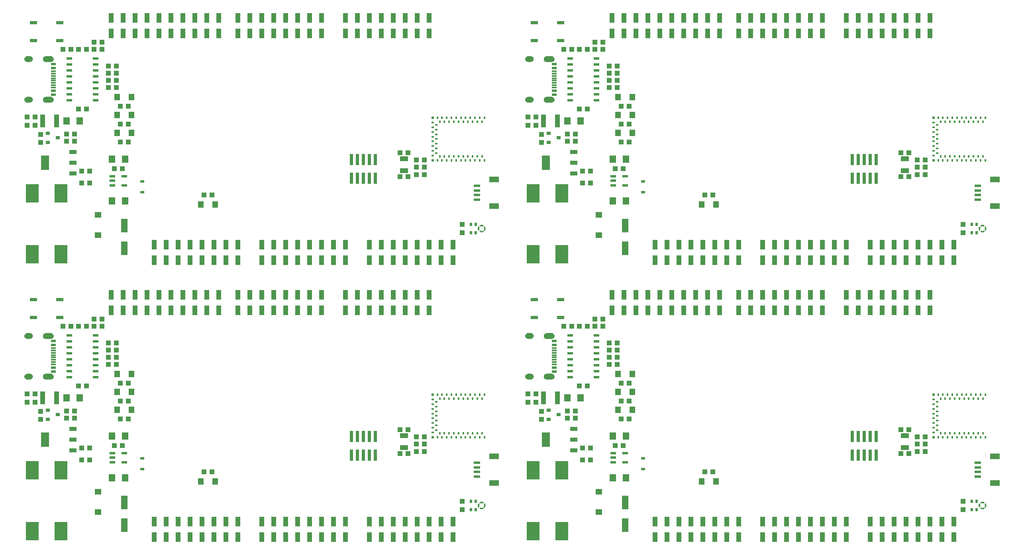
<source format=gtp>
G04 EAGLE Gerber RS-274X export*
G75*
%MOMM*%
%FSLAX34Y34*%
%LPD*%
%INSolderpaste Top*%
%IPPOS*%
%AMOC8*
5,1,8,0,0,1.08239X$1,22.5*%
G01*
%ADD10R,1.100000X1.000000*%
%ADD11R,1.400000X1.600000*%
%ADD12R,1.400000X3.000000*%
%ADD13R,1.000000X1.100000*%
%ADD14R,0.900000X0.800000*%
%ADD15R,1.524000X0.838200*%
%ADD16R,1.778000X3.124200*%
%ADD17R,1.000000X2.000000*%
%ADD18R,1.200000X1.400000*%
%ADD19R,1.470000X1.270000*%
%ADD20R,2.800000X2.400000*%
%ADD21R,2.799081X1.485900*%
%ADD22R,1.200000X0.550000*%
%ADD23R,2.000000X1.200000*%
%ADD24R,1.350000X0.600000*%
%ADD25R,1.016000X0.300000*%
%ADD26R,1.016000X0.600000*%
%ADD27R,1.016000X0.550000*%
%ADD28R,1.200000X0.600000*%
%ADD29R,1.524000X0.762000*%
%ADD30R,1.000000X2.800000*%
%ADD31R,0.760000X2.400000*%
%ADD32R,0.830000X0.630000*%
%ADD33R,1.800000X1.000000*%
%ADD34R,0.522000X0.725000*%
%ADD35R,0.200000X0.500000*%
%ADD36R,0.500000X0.200000*%
%ADD37R,0.400000X0.600000*%
%ADD38R,0.600000X0.600000*%
%ADD39R,0.600000X0.400000*%

G36*
X60304Y959134D02*
X60304Y959134D01*
X60307Y959131D01*
X61429Y959286D01*
X61434Y959291D01*
X61438Y959288D01*
X62509Y959659D01*
X62513Y959665D01*
X62518Y959663D01*
X63495Y960236D01*
X63498Y960242D01*
X63503Y960241D01*
X64350Y960994D01*
X64352Y961001D01*
X64357Y961001D01*
X65041Y961904D01*
X65041Y961911D01*
X65046Y961912D01*
X65541Y962931D01*
X65539Y962938D01*
X65544Y962940D01*
X65831Y964037D01*
X65829Y964041D01*
X65831Y964042D01*
X65829Y964044D01*
X65832Y964046D01*
X65899Y965177D01*
X65897Y965181D01*
X65899Y965183D01*
X65832Y966314D01*
X65827Y966319D01*
X65831Y966323D01*
X65544Y967420D01*
X65538Y967424D01*
X65541Y967429D01*
X65046Y968448D01*
X65040Y968451D01*
X65041Y968456D01*
X64357Y969359D01*
X64350Y969361D01*
X64350Y969366D01*
X63503Y970119D01*
X63496Y970119D01*
X63495Y970124D01*
X62518Y970697D01*
X62511Y970696D01*
X62509Y970701D01*
X61438Y971072D01*
X61432Y971069D01*
X61429Y971074D01*
X60307Y971229D01*
X60302Y971226D01*
X60300Y971229D01*
X48300Y971229D01*
X48295Y971226D01*
X48292Y971229D01*
X47025Y971024D01*
X47019Y971018D01*
X47015Y971021D01*
X45825Y970539D01*
X45821Y970532D01*
X45815Y970534D01*
X44762Y969800D01*
X44760Y969792D01*
X44754Y969793D01*
X43891Y968843D01*
X43890Y968834D01*
X43885Y968834D01*
X43255Y967715D01*
X43256Y967707D01*
X43250Y967705D01*
X42885Y966475D01*
X42888Y966467D01*
X42883Y966464D01*
X42801Y965183D01*
X42804Y965179D01*
X42801Y965177D01*
X42883Y963896D01*
X42889Y963890D01*
X42885Y963885D01*
X43250Y962655D01*
X43257Y962650D01*
X43255Y962645D01*
X43885Y961526D01*
X43892Y961523D01*
X43891Y961517D01*
X44754Y960567D01*
X44762Y960566D01*
X44762Y960560D01*
X45815Y959826D01*
X45823Y959826D01*
X45825Y959821D01*
X47015Y959339D01*
X47022Y959341D01*
X47025Y959336D01*
X48292Y959131D01*
X48297Y959134D01*
X48300Y959131D01*
X60300Y959131D01*
X60304Y959134D01*
G37*
G36*
X1124564Y959134D02*
X1124564Y959134D01*
X1124567Y959131D01*
X1125689Y959286D01*
X1125694Y959291D01*
X1125698Y959288D01*
X1126769Y959659D01*
X1126773Y959665D01*
X1126778Y959663D01*
X1127755Y960236D01*
X1127758Y960242D01*
X1127763Y960241D01*
X1128610Y960994D01*
X1128612Y961001D01*
X1128617Y961001D01*
X1129301Y961904D01*
X1129301Y961911D01*
X1129306Y961912D01*
X1129801Y962931D01*
X1129799Y962938D01*
X1129804Y962940D01*
X1130091Y964037D01*
X1130089Y964041D01*
X1130091Y964042D01*
X1130089Y964044D01*
X1130092Y964046D01*
X1130159Y965177D01*
X1130157Y965181D01*
X1130159Y965183D01*
X1130092Y966314D01*
X1130087Y966319D01*
X1130091Y966323D01*
X1129804Y967420D01*
X1129798Y967424D01*
X1129801Y967429D01*
X1129306Y968448D01*
X1129300Y968451D01*
X1129301Y968456D01*
X1128617Y969359D01*
X1128610Y969361D01*
X1128610Y969366D01*
X1127763Y970119D01*
X1127756Y970119D01*
X1127755Y970124D01*
X1126778Y970697D01*
X1126771Y970696D01*
X1126769Y970701D01*
X1125698Y971072D01*
X1125692Y971069D01*
X1125689Y971074D01*
X1124567Y971229D01*
X1124562Y971226D01*
X1124560Y971229D01*
X1112560Y971229D01*
X1112555Y971226D01*
X1112552Y971229D01*
X1111285Y971024D01*
X1111279Y971018D01*
X1111275Y971021D01*
X1110085Y970539D01*
X1110081Y970532D01*
X1110075Y970534D01*
X1109022Y969800D01*
X1109020Y969792D01*
X1109014Y969793D01*
X1108151Y968843D01*
X1108150Y968834D01*
X1108145Y968834D01*
X1107515Y967715D01*
X1107516Y967707D01*
X1107510Y967705D01*
X1107145Y966475D01*
X1107148Y966467D01*
X1107143Y966464D01*
X1107061Y965183D01*
X1107064Y965179D01*
X1107061Y965177D01*
X1107143Y963896D01*
X1107149Y963890D01*
X1107145Y963885D01*
X1107510Y962655D01*
X1107517Y962650D01*
X1107515Y962645D01*
X1108145Y961526D01*
X1108152Y961523D01*
X1108151Y961517D01*
X1109014Y960567D01*
X1109022Y960566D01*
X1109022Y960560D01*
X1110075Y959826D01*
X1110083Y959826D01*
X1110085Y959821D01*
X1111275Y959339D01*
X1111282Y959341D01*
X1111285Y959336D01*
X1112552Y959131D01*
X1112557Y959134D01*
X1112560Y959131D01*
X1124560Y959131D01*
X1124564Y959134D01*
G37*
G36*
X60304Y1045534D02*
X60304Y1045534D01*
X60307Y1045531D01*
X61429Y1045686D01*
X61434Y1045691D01*
X61438Y1045688D01*
X62509Y1046059D01*
X62513Y1046065D01*
X62518Y1046063D01*
X63495Y1046636D01*
X63498Y1046642D01*
X63503Y1046641D01*
X64350Y1047394D01*
X64352Y1047401D01*
X64357Y1047401D01*
X65041Y1048304D01*
X65041Y1048311D01*
X65046Y1048312D01*
X65541Y1049331D01*
X65539Y1049338D01*
X65544Y1049340D01*
X65831Y1050437D01*
X65829Y1050441D01*
X65831Y1050442D01*
X65829Y1050444D01*
X65832Y1050446D01*
X65899Y1051577D01*
X65897Y1051581D01*
X65899Y1051583D01*
X65832Y1052714D01*
X65827Y1052719D01*
X65831Y1052723D01*
X65544Y1053820D01*
X65538Y1053824D01*
X65541Y1053829D01*
X65046Y1054848D01*
X65040Y1054851D01*
X65041Y1054856D01*
X64357Y1055759D01*
X64350Y1055761D01*
X64350Y1055766D01*
X63503Y1056519D01*
X63496Y1056519D01*
X63495Y1056524D01*
X62518Y1057097D01*
X62511Y1057096D01*
X62509Y1057101D01*
X61438Y1057472D01*
X61432Y1057469D01*
X61429Y1057474D01*
X60307Y1057629D01*
X60302Y1057626D01*
X60300Y1057629D01*
X48300Y1057629D01*
X48295Y1057626D01*
X48292Y1057629D01*
X47025Y1057424D01*
X47019Y1057418D01*
X47015Y1057421D01*
X45825Y1056939D01*
X45821Y1056932D01*
X45815Y1056934D01*
X44762Y1056200D01*
X44760Y1056192D01*
X44754Y1056193D01*
X43891Y1055243D01*
X43890Y1055234D01*
X43885Y1055234D01*
X43255Y1054115D01*
X43256Y1054107D01*
X43250Y1054105D01*
X42885Y1052875D01*
X42888Y1052867D01*
X42883Y1052864D01*
X42801Y1051583D01*
X42804Y1051579D01*
X42801Y1051577D01*
X42883Y1050296D01*
X42889Y1050290D01*
X42885Y1050285D01*
X43250Y1049055D01*
X43257Y1049050D01*
X43255Y1049045D01*
X43885Y1047926D01*
X43892Y1047923D01*
X43891Y1047917D01*
X44754Y1046967D01*
X44762Y1046966D01*
X44762Y1046960D01*
X45815Y1046226D01*
X45823Y1046226D01*
X45825Y1046221D01*
X47015Y1045739D01*
X47022Y1045741D01*
X47025Y1045736D01*
X48292Y1045531D01*
X48297Y1045534D01*
X48300Y1045531D01*
X60300Y1045531D01*
X60304Y1045534D01*
G37*
G36*
X1124564Y1045534D02*
X1124564Y1045534D01*
X1124567Y1045531D01*
X1125689Y1045686D01*
X1125694Y1045691D01*
X1125698Y1045688D01*
X1126769Y1046059D01*
X1126773Y1046065D01*
X1126778Y1046063D01*
X1127755Y1046636D01*
X1127758Y1046642D01*
X1127763Y1046641D01*
X1128610Y1047394D01*
X1128612Y1047401D01*
X1128617Y1047401D01*
X1129301Y1048304D01*
X1129301Y1048311D01*
X1129306Y1048312D01*
X1129801Y1049331D01*
X1129799Y1049338D01*
X1129804Y1049340D01*
X1130091Y1050437D01*
X1130089Y1050441D01*
X1130091Y1050442D01*
X1130089Y1050444D01*
X1130092Y1050446D01*
X1130159Y1051577D01*
X1130157Y1051581D01*
X1130159Y1051583D01*
X1130092Y1052714D01*
X1130087Y1052719D01*
X1130091Y1052723D01*
X1129804Y1053820D01*
X1129798Y1053824D01*
X1129801Y1053829D01*
X1129306Y1054848D01*
X1129300Y1054851D01*
X1129301Y1054856D01*
X1128617Y1055759D01*
X1128610Y1055761D01*
X1128610Y1055766D01*
X1127763Y1056519D01*
X1127756Y1056519D01*
X1127755Y1056524D01*
X1126778Y1057097D01*
X1126771Y1057096D01*
X1126769Y1057101D01*
X1125698Y1057472D01*
X1125692Y1057469D01*
X1125689Y1057474D01*
X1124567Y1057629D01*
X1124562Y1057626D01*
X1124560Y1057629D01*
X1112560Y1057629D01*
X1112555Y1057626D01*
X1112552Y1057629D01*
X1111285Y1057424D01*
X1111279Y1057418D01*
X1111275Y1057421D01*
X1110085Y1056939D01*
X1110081Y1056932D01*
X1110075Y1056934D01*
X1109022Y1056200D01*
X1109020Y1056192D01*
X1109014Y1056193D01*
X1108151Y1055243D01*
X1108150Y1055234D01*
X1108145Y1055234D01*
X1107515Y1054115D01*
X1107516Y1054107D01*
X1107510Y1054105D01*
X1107145Y1052875D01*
X1107148Y1052867D01*
X1107143Y1052864D01*
X1107061Y1051583D01*
X1107064Y1051579D01*
X1107061Y1051577D01*
X1107143Y1050296D01*
X1107149Y1050290D01*
X1107145Y1050285D01*
X1107510Y1049055D01*
X1107517Y1049050D01*
X1107515Y1049045D01*
X1108145Y1047926D01*
X1108152Y1047923D01*
X1108151Y1047917D01*
X1109014Y1046967D01*
X1109022Y1046966D01*
X1109022Y1046960D01*
X1110075Y1046226D01*
X1110083Y1046226D01*
X1110085Y1046221D01*
X1111275Y1045739D01*
X1111282Y1045741D01*
X1111285Y1045736D01*
X1112552Y1045531D01*
X1112557Y1045534D01*
X1112560Y1045531D01*
X1124560Y1045531D01*
X1124564Y1045534D01*
G37*
G36*
X1124564Y456254D02*
X1124564Y456254D01*
X1124567Y456251D01*
X1125689Y456406D01*
X1125694Y456411D01*
X1125698Y456408D01*
X1126769Y456779D01*
X1126773Y456785D01*
X1126778Y456783D01*
X1127755Y457356D01*
X1127758Y457362D01*
X1127763Y457361D01*
X1128610Y458114D01*
X1128612Y458121D01*
X1128617Y458121D01*
X1129301Y459024D01*
X1129301Y459031D01*
X1129306Y459032D01*
X1129801Y460051D01*
X1129799Y460058D01*
X1129804Y460060D01*
X1130091Y461157D01*
X1130089Y461161D01*
X1130091Y461162D01*
X1130089Y461164D01*
X1130092Y461166D01*
X1130159Y462297D01*
X1130157Y462301D01*
X1130159Y462303D01*
X1130092Y463434D01*
X1130087Y463439D01*
X1130091Y463443D01*
X1129804Y464540D01*
X1129798Y464544D01*
X1129801Y464549D01*
X1129306Y465568D01*
X1129300Y465571D01*
X1129301Y465576D01*
X1128617Y466479D01*
X1128610Y466481D01*
X1128610Y466486D01*
X1127763Y467239D01*
X1127756Y467239D01*
X1127755Y467244D01*
X1126778Y467817D01*
X1126771Y467816D01*
X1126769Y467821D01*
X1125698Y468192D01*
X1125692Y468189D01*
X1125689Y468194D01*
X1124567Y468349D01*
X1124562Y468346D01*
X1124560Y468349D01*
X1112560Y468349D01*
X1112555Y468346D01*
X1112552Y468349D01*
X1111285Y468144D01*
X1111279Y468138D01*
X1111275Y468141D01*
X1110085Y467659D01*
X1110081Y467652D01*
X1110075Y467654D01*
X1109022Y466920D01*
X1109020Y466912D01*
X1109014Y466913D01*
X1108151Y465963D01*
X1108150Y465954D01*
X1108145Y465954D01*
X1107515Y464835D01*
X1107516Y464827D01*
X1107510Y464825D01*
X1107145Y463595D01*
X1107148Y463587D01*
X1107143Y463584D01*
X1107061Y462303D01*
X1107064Y462299D01*
X1107061Y462297D01*
X1107143Y461016D01*
X1107149Y461010D01*
X1107145Y461005D01*
X1107510Y459775D01*
X1107517Y459770D01*
X1107515Y459765D01*
X1108145Y458646D01*
X1108152Y458643D01*
X1108151Y458637D01*
X1109014Y457687D01*
X1109022Y457686D01*
X1109022Y457680D01*
X1110075Y456946D01*
X1110083Y456946D01*
X1110085Y456941D01*
X1111275Y456459D01*
X1111282Y456461D01*
X1111285Y456456D01*
X1112552Y456251D01*
X1112557Y456254D01*
X1112560Y456251D01*
X1124560Y456251D01*
X1124564Y456254D01*
G37*
G36*
X60304Y456254D02*
X60304Y456254D01*
X60307Y456251D01*
X61429Y456406D01*
X61434Y456411D01*
X61438Y456408D01*
X62509Y456779D01*
X62513Y456785D01*
X62518Y456783D01*
X63495Y457356D01*
X63498Y457362D01*
X63503Y457361D01*
X64350Y458114D01*
X64352Y458121D01*
X64357Y458121D01*
X65041Y459024D01*
X65041Y459031D01*
X65046Y459032D01*
X65541Y460051D01*
X65539Y460058D01*
X65544Y460060D01*
X65831Y461157D01*
X65829Y461161D01*
X65831Y461162D01*
X65829Y461164D01*
X65832Y461166D01*
X65899Y462297D01*
X65897Y462301D01*
X65899Y462303D01*
X65832Y463434D01*
X65827Y463439D01*
X65831Y463443D01*
X65544Y464540D01*
X65538Y464544D01*
X65541Y464549D01*
X65046Y465568D01*
X65040Y465571D01*
X65041Y465576D01*
X64357Y466479D01*
X64350Y466481D01*
X64350Y466486D01*
X63503Y467239D01*
X63496Y467239D01*
X63495Y467244D01*
X62518Y467817D01*
X62511Y467816D01*
X62509Y467821D01*
X61438Y468192D01*
X61432Y468189D01*
X61429Y468194D01*
X60307Y468349D01*
X60302Y468346D01*
X60300Y468349D01*
X48300Y468349D01*
X48295Y468346D01*
X48292Y468349D01*
X47025Y468144D01*
X47019Y468138D01*
X47015Y468141D01*
X45825Y467659D01*
X45821Y467652D01*
X45815Y467654D01*
X44762Y466920D01*
X44760Y466912D01*
X44754Y466913D01*
X43891Y465963D01*
X43890Y465954D01*
X43885Y465954D01*
X43255Y464835D01*
X43256Y464827D01*
X43250Y464825D01*
X42885Y463595D01*
X42888Y463587D01*
X42883Y463584D01*
X42801Y462303D01*
X42804Y462299D01*
X42801Y462297D01*
X42883Y461016D01*
X42889Y461010D01*
X42885Y461005D01*
X43250Y459775D01*
X43257Y459770D01*
X43255Y459765D01*
X43885Y458646D01*
X43892Y458643D01*
X43891Y458637D01*
X44754Y457687D01*
X44762Y457686D01*
X44762Y457680D01*
X45815Y456946D01*
X45823Y456946D01*
X45825Y456941D01*
X47015Y456459D01*
X47022Y456461D01*
X47025Y456456D01*
X48292Y456251D01*
X48297Y456254D01*
X48300Y456251D01*
X60300Y456251D01*
X60304Y456254D01*
G37*
G36*
X60304Y369854D02*
X60304Y369854D01*
X60307Y369851D01*
X61429Y370006D01*
X61434Y370011D01*
X61438Y370008D01*
X62509Y370379D01*
X62513Y370385D01*
X62518Y370383D01*
X63495Y370956D01*
X63498Y370962D01*
X63503Y370961D01*
X64350Y371714D01*
X64352Y371721D01*
X64357Y371721D01*
X65041Y372624D01*
X65041Y372631D01*
X65046Y372632D01*
X65541Y373651D01*
X65539Y373658D01*
X65544Y373660D01*
X65831Y374757D01*
X65829Y374761D01*
X65831Y374762D01*
X65829Y374764D01*
X65832Y374766D01*
X65899Y375897D01*
X65897Y375901D01*
X65899Y375903D01*
X65832Y377034D01*
X65827Y377039D01*
X65831Y377043D01*
X65544Y378140D01*
X65538Y378144D01*
X65541Y378149D01*
X65046Y379168D01*
X65040Y379171D01*
X65041Y379176D01*
X64357Y380079D01*
X64350Y380081D01*
X64350Y380086D01*
X63503Y380839D01*
X63496Y380839D01*
X63495Y380844D01*
X62518Y381417D01*
X62511Y381416D01*
X62509Y381421D01*
X61438Y381792D01*
X61432Y381789D01*
X61429Y381794D01*
X60307Y381949D01*
X60302Y381946D01*
X60300Y381949D01*
X48300Y381949D01*
X48295Y381946D01*
X48292Y381949D01*
X47025Y381744D01*
X47019Y381738D01*
X47015Y381741D01*
X45825Y381259D01*
X45821Y381252D01*
X45815Y381254D01*
X44762Y380520D01*
X44760Y380512D01*
X44754Y380513D01*
X43891Y379563D01*
X43890Y379554D01*
X43885Y379554D01*
X43255Y378435D01*
X43256Y378427D01*
X43250Y378425D01*
X42885Y377195D01*
X42888Y377187D01*
X42883Y377184D01*
X42801Y375903D01*
X42804Y375899D01*
X42801Y375897D01*
X42883Y374616D01*
X42889Y374610D01*
X42885Y374605D01*
X43250Y373375D01*
X43257Y373370D01*
X43255Y373365D01*
X43885Y372246D01*
X43892Y372243D01*
X43891Y372237D01*
X44754Y371287D01*
X44762Y371286D01*
X44762Y371280D01*
X45815Y370546D01*
X45823Y370546D01*
X45825Y370541D01*
X47015Y370059D01*
X47022Y370061D01*
X47025Y370056D01*
X48292Y369851D01*
X48297Y369854D01*
X48300Y369851D01*
X60300Y369851D01*
X60304Y369854D01*
G37*
G36*
X1124564Y369854D02*
X1124564Y369854D01*
X1124567Y369851D01*
X1125689Y370006D01*
X1125694Y370011D01*
X1125698Y370008D01*
X1126769Y370379D01*
X1126773Y370385D01*
X1126778Y370383D01*
X1127755Y370956D01*
X1127758Y370962D01*
X1127763Y370961D01*
X1128610Y371714D01*
X1128612Y371721D01*
X1128617Y371721D01*
X1129301Y372624D01*
X1129301Y372631D01*
X1129306Y372632D01*
X1129801Y373651D01*
X1129799Y373658D01*
X1129804Y373660D01*
X1130091Y374757D01*
X1130089Y374761D01*
X1130091Y374762D01*
X1130089Y374764D01*
X1130092Y374766D01*
X1130159Y375897D01*
X1130157Y375901D01*
X1130159Y375903D01*
X1130092Y377034D01*
X1130087Y377039D01*
X1130091Y377043D01*
X1129804Y378140D01*
X1129798Y378144D01*
X1129801Y378149D01*
X1129306Y379168D01*
X1129300Y379171D01*
X1129301Y379176D01*
X1128617Y380079D01*
X1128610Y380081D01*
X1128610Y380086D01*
X1127763Y380839D01*
X1127756Y380839D01*
X1127755Y380844D01*
X1126778Y381417D01*
X1126771Y381416D01*
X1126769Y381421D01*
X1125698Y381792D01*
X1125692Y381789D01*
X1125689Y381794D01*
X1124567Y381949D01*
X1124562Y381946D01*
X1124560Y381949D01*
X1112560Y381949D01*
X1112555Y381946D01*
X1112552Y381949D01*
X1111285Y381744D01*
X1111279Y381738D01*
X1111275Y381741D01*
X1110085Y381259D01*
X1110081Y381252D01*
X1110075Y381254D01*
X1109022Y380520D01*
X1109020Y380512D01*
X1109014Y380513D01*
X1108151Y379563D01*
X1108150Y379554D01*
X1108145Y379554D01*
X1107515Y378435D01*
X1107516Y378427D01*
X1107510Y378425D01*
X1107145Y377195D01*
X1107148Y377187D01*
X1107143Y377184D01*
X1107061Y375903D01*
X1107064Y375899D01*
X1107061Y375897D01*
X1107143Y374616D01*
X1107149Y374610D01*
X1107145Y374605D01*
X1107510Y373375D01*
X1107517Y373370D01*
X1107515Y373365D01*
X1108145Y372246D01*
X1108152Y372243D01*
X1108151Y372237D01*
X1109014Y371287D01*
X1109022Y371286D01*
X1109022Y371280D01*
X1110075Y370546D01*
X1110083Y370546D01*
X1110085Y370541D01*
X1111275Y370059D01*
X1111282Y370061D01*
X1111285Y370056D01*
X1112552Y369851D01*
X1112557Y369854D01*
X1112560Y369851D01*
X1124560Y369851D01*
X1124564Y369854D01*
G37*
G36*
X1079763Y959133D02*
X1079763Y959133D01*
X1079765Y959131D01*
X1080941Y959242D01*
X1080946Y959247D01*
X1080950Y959244D01*
X1082082Y959582D01*
X1082086Y959588D01*
X1082091Y959586D01*
X1083135Y960138D01*
X1083138Y960145D01*
X1083143Y960143D01*
X1084059Y960889D01*
X1084060Y960896D01*
X1084066Y960896D01*
X1084819Y961806D01*
X1084819Y961813D01*
X1084824Y961814D01*
X1085385Y962853D01*
X1085384Y962858D01*
X1085388Y962860D01*
X1085387Y962861D01*
X1085389Y962862D01*
X1085736Y963991D01*
X1085736Y963992D01*
X1085737Y963993D01*
X1085734Y963997D01*
X1085738Y964000D01*
X1085859Y965175D01*
X1085855Y965182D01*
X1085859Y965186D01*
X1085702Y966526D01*
X1085697Y966532D01*
X1085700Y966537D01*
X1085249Y967808D01*
X1085242Y967813D01*
X1085244Y967818D01*
X1084522Y968957D01*
X1084514Y968960D01*
X1084515Y968966D01*
X1083557Y969916D01*
X1083549Y969917D01*
X1083548Y969923D01*
X1082403Y970636D01*
X1082395Y970635D01*
X1082393Y970641D01*
X1081117Y971081D01*
X1081110Y971079D01*
X1081107Y971083D01*
X1079765Y971229D01*
X1079762Y971227D01*
X1079760Y971229D01*
X1073760Y971229D01*
X1073757Y971227D01*
X1073754Y971229D01*
X1072425Y971074D01*
X1072419Y971068D01*
X1072415Y971071D01*
X1071154Y970624D01*
X1071149Y970617D01*
X1071144Y970619D01*
X1070014Y969902D01*
X1070011Y969895D01*
X1070005Y969896D01*
X1069063Y968946D01*
X1069062Y968937D01*
X1069056Y968937D01*
X1068349Y967801D01*
X1068350Y967793D01*
X1068344Y967791D01*
X1067908Y966526D01*
X1067910Y966518D01*
X1067905Y966516D01*
X1067761Y965185D01*
X1067765Y965179D01*
X1067761Y965175D01*
X1067871Y964009D01*
X1067876Y964004D01*
X1067873Y964000D01*
X1068208Y962877D01*
X1068214Y962873D01*
X1068212Y962869D01*
X1068760Y961833D01*
X1068766Y961830D01*
X1068765Y961825D01*
X1069504Y960917D01*
X1069511Y960915D01*
X1069511Y960910D01*
X1070413Y960163D01*
X1070421Y960163D01*
X1070421Y960158D01*
X1071452Y959601D01*
X1071459Y959602D01*
X1071461Y959597D01*
X1072580Y959253D01*
X1072587Y959255D01*
X1072590Y959251D01*
X1073755Y959131D01*
X1073758Y959133D01*
X1073760Y959131D01*
X1079760Y959131D01*
X1079763Y959133D01*
G37*
G36*
X15503Y959133D02*
X15503Y959133D01*
X15505Y959131D01*
X16681Y959242D01*
X16686Y959247D01*
X16690Y959244D01*
X17822Y959582D01*
X17826Y959588D01*
X17831Y959586D01*
X18875Y960138D01*
X18878Y960145D01*
X18883Y960143D01*
X19799Y960889D01*
X19800Y960896D01*
X19806Y960896D01*
X20559Y961806D01*
X20559Y961813D01*
X20564Y961814D01*
X21125Y962853D01*
X21124Y962858D01*
X21128Y962860D01*
X21127Y962861D01*
X21129Y962862D01*
X21476Y963991D01*
X21476Y963992D01*
X21477Y963993D01*
X21474Y963997D01*
X21478Y964000D01*
X21599Y965175D01*
X21595Y965182D01*
X21599Y965186D01*
X21442Y966526D01*
X21437Y966532D01*
X21440Y966537D01*
X20989Y967808D01*
X20982Y967813D01*
X20984Y967818D01*
X20262Y968957D01*
X20254Y968960D01*
X20255Y968966D01*
X19297Y969916D01*
X19289Y969917D01*
X19288Y969923D01*
X18143Y970636D01*
X18135Y970635D01*
X18133Y970641D01*
X16857Y971081D01*
X16850Y971079D01*
X16847Y971083D01*
X15505Y971229D01*
X15502Y971227D01*
X15500Y971229D01*
X9500Y971229D01*
X9497Y971227D01*
X9494Y971229D01*
X8165Y971074D01*
X8159Y971068D01*
X8155Y971071D01*
X6894Y970624D01*
X6889Y970617D01*
X6884Y970619D01*
X5754Y969902D01*
X5751Y969895D01*
X5745Y969896D01*
X4803Y968946D01*
X4802Y968937D01*
X4796Y968937D01*
X4089Y967801D01*
X4090Y967793D01*
X4084Y967791D01*
X3648Y966526D01*
X3650Y966518D01*
X3645Y966516D01*
X3501Y965185D01*
X3505Y965179D01*
X3501Y965175D01*
X3611Y964009D01*
X3616Y964004D01*
X3613Y964000D01*
X3948Y962877D01*
X3954Y962873D01*
X3952Y962869D01*
X4500Y961833D01*
X4506Y961830D01*
X4505Y961825D01*
X5244Y960917D01*
X5251Y960915D01*
X5251Y960910D01*
X6153Y960163D01*
X6161Y960163D01*
X6161Y960158D01*
X7192Y959601D01*
X7199Y959602D01*
X7201Y959597D01*
X8320Y959253D01*
X8327Y959255D01*
X8330Y959251D01*
X9495Y959131D01*
X9498Y959133D01*
X9500Y959131D01*
X15500Y959131D01*
X15503Y959133D01*
G37*
G36*
X1079763Y1045533D02*
X1079763Y1045533D01*
X1079765Y1045531D01*
X1080941Y1045642D01*
X1080946Y1045647D01*
X1080950Y1045644D01*
X1082082Y1045982D01*
X1082086Y1045988D01*
X1082091Y1045986D01*
X1083135Y1046538D01*
X1083138Y1046545D01*
X1083143Y1046543D01*
X1084059Y1047289D01*
X1084060Y1047296D01*
X1084066Y1047296D01*
X1084819Y1048206D01*
X1084819Y1048213D01*
X1084824Y1048214D01*
X1085385Y1049253D01*
X1085384Y1049258D01*
X1085388Y1049260D01*
X1085387Y1049261D01*
X1085389Y1049262D01*
X1085736Y1050391D01*
X1085736Y1050392D01*
X1085737Y1050393D01*
X1085734Y1050397D01*
X1085738Y1050400D01*
X1085859Y1051575D01*
X1085855Y1051582D01*
X1085859Y1051586D01*
X1085702Y1052926D01*
X1085697Y1052932D01*
X1085700Y1052937D01*
X1085249Y1054208D01*
X1085242Y1054213D01*
X1085244Y1054218D01*
X1084522Y1055357D01*
X1084514Y1055360D01*
X1084515Y1055366D01*
X1083557Y1056316D01*
X1083549Y1056317D01*
X1083548Y1056323D01*
X1082403Y1057036D01*
X1082395Y1057035D01*
X1082393Y1057041D01*
X1081117Y1057481D01*
X1081110Y1057479D01*
X1081107Y1057483D01*
X1079765Y1057629D01*
X1079762Y1057627D01*
X1079760Y1057629D01*
X1073760Y1057629D01*
X1073757Y1057627D01*
X1073754Y1057629D01*
X1072425Y1057474D01*
X1072419Y1057468D01*
X1072415Y1057471D01*
X1071154Y1057024D01*
X1071149Y1057017D01*
X1071144Y1057019D01*
X1070014Y1056302D01*
X1070011Y1056295D01*
X1070005Y1056296D01*
X1069063Y1055346D01*
X1069062Y1055337D01*
X1069056Y1055337D01*
X1068349Y1054201D01*
X1068350Y1054193D01*
X1068344Y1054191D01*
X1067908Y1052926D01*
X1067910Y1052918D01*
X1067905Y1052916D01*
X1067761Y1051585D01*
X1067765Y1051579D01*
X1067761Y1051575D01*
X1067871Y1050409D01*
X1067876Y1050404D01*
X1067873Y1050400D01*
X1068208Y1049277D01*
X1068214Y1049273D01*
X1068212Y1049269D01*
X1068760Y1048233D01*
X1068766Y1048230D01*
X1068765Y1048225D01*
X1069504Y1047317D01*
X1069511Y1047315D01*
X1069511Y1047310D01*
X1070413Y1046563D01*
X1070421Y1046563D01*
X1070421Y1046558D01*
X1071452Y1046001D01*
X1071459Y1046002D01*
X1071461Y1045997D01*
X1072580Y1045653D01*
X1072587Y1045655D01*
X1072590Y1045651D01*
X1073755Y1045531D01*
X1073758Y1045533D01*
X1073760Y1045531D01*
X1079760Y1045531D01*
X1079763Y1045533D01*
G37*
G36*
X15503Y1045533D02*
X15503Y1045533D01*
X15505Y1045531D01*
X16681Y1045642D01*
X16686Y1045647D01*
X16690Y1045644D01*
X17822Y1045982D01*
X17826Y1045988D01*
X17831Y1045986D01*
X18875Y1046538D01*
X18878Y1046545D01*
X18883Y1046543D01*
X19799Y1047289D01*
X19800Y1047296D01*
X19806Y1047296D01*
X20559Y1048206D01*
X20559Y1048213D01*
X20564Y1048214D01*
X21125Y1049253D01*
X21124Y1049258D01*
X21128Y1049260D01*
X21127Y1049261D01*
X21129Y1049262D01*
X21476Y1050391D01*
X21476Y1050392D01*
X21477Y1050393D01*
X21474Y1050397D01*
X21478Y1050400D01*
X21599Y1051575D01*
X21595Y1051582D01*
X21599Y1051586D01*
X21442Y1052926D01*
X21437Y1052932D01*
X21440Y1052937D01*
X20989Y1054208D01*
X20982Y1054213D01*
X20984Y1054218D01*
X20262Y1055357D01*
X20254Y1055360D01*
X20255Y1055366D01*
X19297Y1056316D01*
X19289Y1056317D01*
X19288Y1056323D01*
X18143Y1057036D01*
X18135Y1057035D01*
X18133Y1057041D01*
X16857Y1057481D01*
X16850Y1057479D01*
X16847Y1057483D01*
X15505Y1057629D01*
X15502Y1057627D01*
X15500Y1057629D01*
X9500Y1057629D01*
X9497Y1057627D01*
X9494Y1057629D01*
X8165Y1057474D01*
X8159Y1057468D01*
X8155Y1057471D01*
X6894Y1057024D01*
X6889Y1057017D01*
X6884Y1057019D01*
X5754Y1056302D01*
X5751Y1056295D01*
X5745Y1056296D01*
X4803Y1055346D01*
X4802Y1055337D01*
X4796Y1055337D01*
X4089Y1054201D01*
X4090Y1054193D01*
X4084Y1054191D01*
X3648Y1052926D01*
X3650Y1052918D01*
X3645Y1052916D01*
X3501Y1051585D01*
X3505Y1051579D01*
X3501Y1051575D01*
X3611Y1050409D01*
X3616Y1050404D01*
X3613Y1050400D01*
X3948Y1049277D01*
X3954Y1049273D01*
X3952Y1049269D01*
X4500Y1048233D01*
X4506Y1048230D01*
X4505Y1048225D01*
X5244Y1047317D01*
X5251Y1047315D01*
X5251Y1047310D01*
X6153Y1046563D01*
X6161Y1046563D01*
X6161Y1046558D01*
X7192Y1046001D01*
X7199Y1046002D01*
X7201Y1045997D01*
X8320Y1045653D01*
X8327Y1045655D01*
X8330Y1045651D01*
X9495Y1045531D01*
X9498Y1045533D01*
X9500Y1045531D01*
X15500Y1045531D01*
X15503Y1045533D01*
G37*
G36*
X1079763Y456253D02*
X1079763Y456253D01*
X1079765Y456251D01*
X1080941Y456362D01*
X1080946Y456367D01*
X1080950Y456364D01*
X1082082Y456702D01*
X1082086Y456708D01*
X1082091Y456706D01*
X1083135Y457258D01*
X1083138Y457265D01*
X1083143Y457263D01*
X1084059Y458009D01*
X1084060Y458016D01*
X1084066Y458016D01*
X1084819Y458926D01*
X1084819Y458933D01*
X1084824Y458934D01*
X1085385Y459973D01*
X1085384Y459978D01*
X1085388Y459980D01*
X1085387Y459981D01*
X1085389Y459982D01*
X1085736Y461111D01*
X1085736Y461112D01*
X1085737Y461113D01*
X1085734Y461117D01*
X1085738Y461120D01*
X1085859Y462295D01*
X1085855Y462302D01*
X1085859Y462306D01*
X1085702Y463646D01*
X1085697Y463652D01*
X1085700Y463657D01*
X1085249Y464928D01*
X1085242Y464933D01*
X1085244Y464938D01*
X1084522Y466077D01*
X1084514Y466080D01*
X1084515Y466086D01*
X1083557Y467036D01*
X1083549Y467037D01*
X1083548Y467043D01*
X1082403Y467756D01*
X1082395Y467755D01*
X1082393Y467761D01*
X1081117Y468201D01*
X1081110Y468199D01*
X1081107Y468203D01*
X1079765Y468349D01*
X1079762Y468347D01*
X1079760Y468349D01*
X1073760Y468349D01*
X1073757Y468347D01*
X1073754Y468349D01*
X1072425Y468194D01*
X1072419Y468188D01*
X1072415Y468191D01*
X1071154Y467744D01*
X1071149Y467737D01*
X1071144Y467739D01*
X1070014Y467022D01*
X1070011Y467015D01*
X1070005Y467016D01*
X1069063Y466066D01*
X1069062Y466057D01*
X1069056Y466057D01*
X1068349Y464921D01*
X1068350Y464913D01*
X1068344Y464911D01*
X1067908Y463646D01*
X1067910Y463638D01*
X1067905Y463636D01*
X1067761Y462305D01*
X1067765Y462299D01*
X1067761Y462295D01*
X1067871Y461129D01*
X1067876Y461124D01*
X1067873Y461120D01*
X1068208Y459997D01*
X1068214Y459993D01*
X1068212Y459989D01*
X1068760Y458953D01*
X1068766Y458950D01*
X1068765Y458945D01*
X1069504Y458037D01*
X1069511Y458035D01*
X1069511Y458030D01*
X1070413Y457283D01*
X1070421Y457283D01*
X1070421Y457278D01*
X1071452Y456721D01*
X1071459Y456722D01*
X1071461Y456717D01*
X1072580Y456373D01*
X1072587Y456375D01*
X1072590Y456371D01*
X1073755Y456251D01*
X1073758Y456253D01*
X1073760Y456251D01*
X1079760Y456251D01*
X1079763Y456253D01*
G37*
G36*
X15503Y456253D02*
X15503Y456253D01*
X15505Y456251D01*
X16681Y456362D01*
X16686Y456367D01*
X16690Y456364D01*
X17822Y456702D01*
X17826Y456708D01*
X17831Y456706D01*
X18875Y457258D01*
X18878Y457265D01*
X18883Y457263D01*
X19799Y458009D01*
X19800Y458016D01*
X19806Y458016D01*
X20559Y458926D01*
X20559Y458933D01*
X20564Y458934D01*
X21125Y459973D01*
X21124Y459978D01*
X21128Y459980D01*
X21127Y459981D01*
X21129Y459982D01*
X21476Y461111D01*
X21476Y461112D01*
X21477Y461113D01*
X21474Y461117D01*
X21478Y461120D01*
X21599Y462295D01*
X21595Y462302D01*
X21599Y462306D01*
X21442Y463646D01*
X21437Y463652D01*
X21440Y463657D01*
X20989Y464928D01*
X20982Y464933D01*
X20984Y464938D01*
X20262Y466077D01*
X20254Y466080D01*
X20255Y466086D01*
X19297Y467036D01*
X19289Y467037D01*
X19288Y467043D01*
X18143Y467756D01*
X18135Y467755D01*
X18133Y467761D01*
X16857Y468201D01*
X16850Y468199D01*
X16847Y468203D01*
X15505Y468349D01*
X15502Y468347D01*
X15500Y468349D01*
X9500Y468349D01*
X9497Y468347D01*
X9494Y468349D01*
X8165Y468194D01*
X8159Y468188D01*
X8155Y468191D01*
X6894Y467744D01*
X6889Y467737D01*
X6884Y467739D01*
X5754Y467022D01*
X5751Y467015D01*
X5745Y467016D01*
X4803Y466066D01*
X4802Y466057D01*
X4796Y466057D01*
X4089Y464921D01*
X4090Y464913D01*
X4084Y464911D01*
X3648Y463646D01*
X3650Y463638D01*
X3645Y463636D01*
X3501Y462305D01*
X3505Y462299D01*
X3501Y462295D01*
X3611Y461129D01*
X3616Y461124D01*
X3613Y461120D01*
X3948Y459997D01*
X3954Y459993D01*
X3952Y459989D01*
X4500Y458953D01*
X4506Y458950D01*
X4505Y458945D01*
X5244Y458037D01*
X5251Y458035D01*
X5251Y458030D01*
X6153Y457283D01*
X6161Y457283D01*
X6161Y457278D01*
X7192Y456721D01*
X7199Y456722D01*
X7201Y456717D01*
X8320Y456373D01*
X8327Y456375D01*
X8330Y456371D01*
X9495Y456251D01*
X9498Y456253D01*
X9500Y456251D01*
X15500Y456251D01*
X15503Y456253D01*
G37*
G36*
X15503Y369853D02*
X15503Y369853D01*
X15505Y369851D01*
X16681Y369962D01*
X16686Y369967D01*
X16690Y369964D01*
X17822Y370302D01*
X17826Y370308D01*
X17831Y370306D01*
X18875Y370858D01*
X18878Y370865D01*
X18883Y370863D01*
X19799Y371609D01*
X19800Y371616D01*
X19806Y371616D01*
X20559Y372526D01*
X20559Y372533D01*
X20564Y372534D01*
X21125Y373573D01*
X21124Y373578D01*
X21128Y373580D01*
X21127Y373581D01*
X21129Y373582D01*
X21476Y374711D01*
X21476Y374712D01*
X21477Y374713D01*
X21474Y374717D01*
X21478Y374720D01*
X21599Y375895D01*
X21595Y375902D01*
X21599Y375906D01*
X21442Y377246D01*
X21437Y377252D01*
X21440Y377257D01*
X20989Y378528D01*
X20982Y378533D01*
X20984Y378538D01*
X20262Y379677D01*
X20254Y379680D01*
X20255Y379686D01*
X19297Y380636D01*
X19289Y380637D01*
X19288Y380643D01*
X18143Y381356D01*
X18135Y381355D01*
X18133Y381361D01*
X16857Y381801D01*
X16850Y381799D01*
X16847Y381803D01*
X15505Y381949D01*
X15502Y381947D01*
X15500Y381949D01*
X9500Y381949D01*
X9497Y381947D01*
X9494Y381949D01*
X8165Y381794D01*
X8159Y381788D01*
X8155Y381791D01*
X6894Y381344D01*
X6889Y381337D01*
X6884Y381339D01*
X5754Y380622D01*
X5751Y380615D01*
X5745Y380616D01*
X4803Y379666D01*
X4802Y379657D01*
X4796Y379657D01*
X4089Y378521D01*
X4090Y378513D01*
X4084Y378511D01*
X3648Y377246D01*
X3650Y377238D01*
X3645Y377236D01*
X3501Y375905D01*
X3505Y375899D01*
X3501Y375895D01*
X3611Y374729D01*
X3616Y374724D01*
X3613Y374720D01*
X3948Y373597D01*
X3954Y373593D01*
X3952Y373589D01*
X4500Y372553D01*
X4506Y372550D01*
X4505Y372545D01*
X5244Y371637D01*
X5251Y371635D01*
X5251Y371630D01*
X6153Y370883D01*
X6161Y370883D01*
X6161Y370878D01*
X7192Y370321D01*
X7199Y370322D01*
X7201Y370317D01*
X8320Y369973D01*
X8327Y369975D01*
X8330Y369971D01*
X9495Y369851D01*
X9498Y369853D01*
X9500Y369851D01*
X15500Y369851D01*
X15503Y369853D01*
G37*
G36*
X1079763Y369853D02*
X1079763Y369853D01*
X1079765Y369851D01*
X1080941Y369962D01*
X1080946Y369967D01*
X1080950Y369964D01*
X1082082Y370302D01*
X1082086Y370308D01*
X1082091Y370306D01*
X1083135Y370858D01*
X1083138Y370865D01*
X1083143Y370863D01*
X1084059Y371609D01*
X1084060Y371616D01*
X1084066Y371616D01*
X1084819Y372526D01*
X1084819Y372533D01*
X1084824Y372534D01*
X1085385Y373573D01*
X1085384Y373578D01*
X1085388Y373580D01*
X1085387Y373581D01*
X1085389Y373582D01*
X1085736Y374711D01*
X1085736Y374712D01*
X1085737Y374713D01*
X1085734Y374717D01*
X1085738Y374720D01*
X1085859Y375895D01*
X1085855Y375902D01*
X1085859Y375906D01*
X1085702Y377246D01*
X1085697Y377252D01*
X1085700Y377257D01*
X1085249Y378528D01*
X1085242Y378533D01*
X1085244Y378538D01*
X1084522Y379677D01*
X1084514Y379680D01*
X1084515Y379686D01*
X1083557Y380636D01*
X1083549Y380637D01*
X1083548Y380643D01*
X1082403Y381356D01*
X1082395Y381355D01*
X1082393Y381361D01*
X1081117Y381801D01*
X1081110Y381799D01*
X1081107Y381803D01*
X1079765Y381949D01*
X1079762Y381947D01*
X1079760Y381949D01*
X1073760Y381949D01*
X1073757Y381947D01*
X1073754Y381949D01*
X1072425Y381794D01*
X1072419Y381788D01*
X1072415Y381791D01*
X1071154Y381344D01*
X1071149Y381337D01*
X1071144Y381339D01*
X1070014Y380622D01*
X1070011Y380615D01*
X1070005Y380616D01*
X1069063Y379666D01*
X1069062Y379657D01*
X1069056Y379657D01*
X1068349Y378521D01*
X1068350Y378513D01*
X1068344Y378511D01*
X1067908Y377246D01*
X1067910Y377238D01*
X1067905Y377236D01*
X1067761Y375905D01*
X1067765Y375899D01*
X1067761Y375895D01*
X1067871Y374729D01*
X1067876Y374724D01*
X1067873Y374720D01*
X1068208Y373597D01*
X1068214Y373593D01*
X1068212Y373589D01*
X1068760Y372553D01*
X1068766Y372550D01*
X1068765Y372545D01*
X1069504Y371637D01*
X1069511Y371635D01*
X1069511Y371630D01*
X1070413Y370883D01*
X1070421Y370883D01*
X1070421Y370878D01*
X1071452Y370321D01*
X1071459Y370322D01*
X1071461Y370317D01*
X1072580Y369973D01*
X1072587Y369975D01*
X1072590Y369971D01*
X1073755Y369851D01*
X1073758Y369853D01*
X1073760Y369851D01*
X1079760Y369851D01*
X1079763Y369853D01*
G37*
G36*
X2041037Y682883D02*
X2041037Y682883D01*
X2041046Y682887D01*
X2041086Y682893D01*
X2042573Y683362D01*
X2042582Y683368D01*
X2042620Y683382D01*
X2043981Y684142D01*
X2044001Y684162D01*
X2044026Y684174D01*
X2044049Y684211D01*
X2044080Y684242D01*
X2044085Y684269D01*
X2044100Y684293D01*
X2044100Y684336D01*
X2044109Y684379D01*
X2044099Y684405D01*
X2044098Y684433D01*
X2044066Y684500D01*
X2042666Y686570D01*
X2042662Y686574D01*
X2042659Y686580D01*
X2042608Y686618D01*
X2042559Y686659D01*
X2042553Y686660D01*
X2042548Y686663D01*
X2042484Y686668D01*
X2042420Y686676D01*
X2042414Y686673D01*
X2042408Y686674D01*
X2042339Y686648D01*
X2041432Y686142D01*
X2040467Y685838D01*
X2039460Y685735D01*
X2038453Y685838D01*
X2037488Y686142D01*
X2036581Y686648D01*
X2036575Y686649D01*
X2036571Y686653D01*
X2036508Y686665D01*
X2036445Y686679D01*
X2036439Y686677D01*
X2036433Y686678D01*
X2036374Y686653D01*
X2036314Y686632D01*
X2036310Y686627D01*
X2036304Y686624D01*
X2036254Y686570D01*
X2034854Y684500D01*
X2034845Y684473D01*
X2034828Y684451D01*
X2034824Y684408D01*
X2034811Y684367D01*
X2034818Y684340D01*
X2034815Y684312D01*
X2034835Y684273D01*
X2034847Y684231D01*
X2034867Y684213D01*
X2034880Y684188D01*
X2034939Y684142D01*
X2036300Y683382D01*
X2036311Y683380D01*
X2036347Y683362D01*
X2037834Y682893D01*
X2037844Y682893D01*
X2037883Y682883D01*
X2039435Y682725D01*
X2039445Y682727D01*
X2039485Y682725D01*
X2041037Y682883D01*
G37*
G36*
X976777Y682883D02*
X976777Y682883D01*
X976786Y682887D01*
X976826Y682893D01*
X978313Y683362D01*
X978322Y683368D01*
X978360Y683382D01*
X979721Y684142D01*
X979741Y684162D01*
X979766Y684174D01*
X979789Y684211D01*
X979820Y684242D01*
X979825Y684269D01*
X979840Y684293D01*
X979840Y684336D01*
X979849Y684379D01*
X979839Y684405D01*
X979838Y684433D01*
X979806Y684500D01*
X978406Y686570D01*
X978402Y686574D01*
X978399Y686580D01*
X978348Y686618D01*
X978299Y686659D01*
X978293Y686660D01*
X978288Y686663D01*
X978224Y686668D01*
X978160Y686676D01*
X978154Y686673D01*
X978148Y686674D01*
X978079Y686648D01*
X977172Y686142D01*
X976207Y685838D01*
X975200Y685735D01*
X974193Y685838D01*
X973228Y686142D01*
X972321Y686648D01*
X972315Y686649D01*
X972311Y686653D01*
X972248Y686665D01*
X972185Y686679D01*
X972179Y686677D01*
X972173Y686678D01*
X972114Y686653D01*
X972054Y686632D01*
X972050Y686627D01*
X972044Y686624D01*
X971994Y686570D01*
X970594Y684500D01*
X970585Y684473D01*
X970568Y684451D01*
X970564Y684408D01*
X970551Y684367D01*
X970558Y684340D01*
X970555Y684312D01*
X970575Y684273D01*
X970587Y684231D01*
X970607Y684213D01*
X970620Y684188D01*
X970679Y684142D01*
X972040Y683382D01*
X972051Y683380D01*
X972087Y683362D01*
X973574Y682893D01*
X973584Y682893D01*
X973623Y682883D01*
X975175Y682725D01*
X975185Y682727D01*
X975225Y682725D01*
X976777Y682883D01*
G37*
G36*
X976777Y93603D02*
X976777Y93603D01*
X976786Y93607D01*
X976826Y93613D01*
X978313Y94082D01*
X978322Y94088D01*
X978360Y94102D01*
X979721Y94862D01*
X979741Y94882D01*
X979766Y94894D01*
X979789Y94931D01*
X979820Y94962D01*
X979825Y94989D01*
X979840Y95013D01*
X979840Y95056D01*
X979849Y95099D01*
X979839Y95125D01*
X979838Y95153D01*
X979806Y95220D01*
X978406Y97290D01*
X978402Y97294D01*
X978399Y97300D01*
X978348Y97338D01*
X978299Y97379D01*
X978293Y97380D01*
X978288Y97383D01*
X978224Y97388D01*
X978160Y97396D01*
X978154Y97393D01*
X978148Y97394D01*
X978079Y97368D01*
X977172Y96862D01*
X976207Y96558D01*
X975200Y96455D01*
X974193Y96558D01*
X973228Y96862D01*
X972321Y97368D01*
X972315Y97369D01*
X972311Y97373D01*
X972248Y97385D01*
X972185Y97399D01*
X972179Y97397D01*
X972173Y97398D01*
X972114Y97373D01*
X972054Y97352D01*
X972050Y97347D01*
X972044Y97344D01*
X971994Y97290D01*
X970594Y95220D01*
X970585Y95193D01*
X970568Y95171D01*
X970564Y95128D01*
X970551Y95087D01*
X970558Y95060D01*
X970555Y95032D01*
X970575Y94993D01*
X970587Y94951D01*
X970607Y94933D01*
X970620Y94908D01*
X970679Y94862D01*
X972040Y94102D01*
X972051Y94100D01*
X972087Y94082D01*
X973574Y93613D01*
X973584Y93613D01*
X973623Y93603D01*
X975175Y93445D01*
X975185Y93447D01*
X975225Y93445D01*
X976777Y93603D01*
G37*
G36*
X2041037Y93603D02*
X2041037Y93603D01*
X2041046Y93607D01*
X2041086Y93613D01*
X2042573Y94082D01*
X2042582Y94088D01*
X2042620Y94102D01*
X2043981Y94862D01*
X2044001Y94882D01*
X2044026Y94894D01*
X2044049Y94931D01*
X2044080Y94962D01*
X2044085Y94989D01*
X2044100Y95013D01*
X2044100Y95056D01*
X2044109Y95099D01*
X2044099Y95125D01*
X2044098Y95153D01*
X2044066Y95220D01*
X2042666Y97290D01*
X2042662Y97294D01*
X2042659Y97300D01*
X2042608Y97338D01*
X2042559Y97379D01*
X2042553Y97380D01*
X2042548Y97383D01*
X2042484Y97388D01*
X2042420Y97396D01*
X2042414Y97393D01*
X2042408Y97394D01*
X2042339Y97368D01*
X2041432Y96862D01*
X2040467Y96558D01*
X2039460Y96455D01*
X2038453Y96558D01*
X2037488Y96862D01*
X2036581Y97368D01*
X2036575Y97369D01*
X2036571Y97373D01*
X2036508Y97385D01*
X2036445Y97399D01*
X2036439Y97397D01*
X2036433Y97398D01*
X2036374Y97373D01*
X2036314Y97352D01*
X2036310Y97347D01*
X2036304Y97344D01*
X2036254Y97290D01*
X2034854Y95220D01*
X2034845Y95193D01*
X2034828Y95171D01*
X2034824Y95128D01*
X2034811Y95087D01*
X2034818Y95060D01*
X2034815Y95032D01*
X2034835Y94993D01*
X2034847Y94951D01*
X2034867Y94933D01*
X2034880Y94908D01*
X2034939Y94862D01*
X2036300Y94102D01*
X2036311Y94100D01*
X2036347Y94082D01*
X2037834Y93613D01*
X2037844Y93613D01*
X2037883Y93603D01*
X2039435Y93445D01*
X2039445Y93447D01*
X2039485Y93445D01*
X2041037Y93603D01*
G37*
G36*
X978221Y695083D02*
X978221Y695083D01*
X978227Y695082D01*
X978286Y695107D01*
X978346Y695128D01*
X978350Y695133D01*
X978356Y695136D01*
X978406Y695190D01*
X979806Y697260D01*
X979815Y697287D01*
X979832Y697309D01*
X979836Y697352D01*
X979849Y697393D01*
X979842Y697420D01*
X979845Y697448D01*
X979825Y697487D01*
X979814Y697529D01*
X979793Y697547D01*
X979780Y697572D01*
X979721Y697618D01*
X978360Y698378D01*
X978349Y698380D01*
X978313Y698398D01*
X976826Y698867D01*
X976816Y698867D01*
X976777Y698877D01*
X975225Y699035D01*
X975215Y699033D01*
X975175Y699035D01*
X973623Y698877D01*
X973614Y698873D01*
X973574Y698867D01*
X972087Y698398D01*
X972078Y698392D01*
X972040Y698378D01*
X970679Y697618D01*
X970659Y697598D01*
X970634Y697586D01*
X970611Y697549D01*
X970580Y697518D01*
X970575Y697491D01*
X970560Y697467D01*
X970560Y697424D01*
X970551Y697381D01*
X970561Y697355D01*
X970562Y697327D01*
X970594Y697260D01*
X971994Y695190D01*
X971998Y695186D01*
X972001Y695180D01*
X972052Y695142D01*
X972101Y695101D01*
X972107Y695100D01*
X972112Y695097D01*
X972176Y695092D01*
X972240Y695084D01*
X972246Y695087D01*
X972252Y695086D01*
X972321Y695112D01*
X973228Y695618D01*
X974193Y695922D01*
X975200Y696025D01*
X976207Y695922D01*
X977172Y695618D01*
X978079Y695112D01*
X978085Y695111D01*
X978089Y695107D01*
X978152Y695095D01*
X978215Y695081D01*
X978221Y695083D01*
G37*
G36*
X2042481Y695083D02*
X2042481Y695083D01*
X2042487Y695082D01*
X2042546Y695107D01*
X2042606Y695128D01*
X2042610Y695133D01*
X2042616Y695136D01*
X2042666Y695190D01*
X2044066Y697260D01*
X2044075Y697287D01*
X2044092Y697309D01*
X2044096Y697352D01*
X2044109Y697393D01*
X2044102Y697420D01*
X2044105Y697448D01*
X2044085Y697487D01*
X2044074Y697529D01*
X2044053Y697547D01*
X2044040Y697572D01*
X2043981Y697618D01*
X2042620Y698378D01*
X2042609Y698380D01*
X2042573Y698398D01*
X2041086Y698867D01*
X2041076Y698867D01*
X2041037Y698877D01*
X2039485Y699035D01*
X2039475Y699033D01*
X2039435Y699035D01*
X2037883Y698877D01*
X2037874Y698873D01*
X2037834Y698867D01*
X2036347Y698398D01*
X2036338Y698392D01*
X2036300Y698378D01*
X2034939Y697618D01*
X2034919Y697598D01*
X2034894Y697586D01*
X2034871Y697549D01*
X2034840Y697518D01*
X2034835Y697491D01*
X2034820Y697467D01*
X2034820Y697424D01*
X2034811Y697381D01*
X2034821Y697355D01*
X2034822Y697327D01*
X2034854Y697260D01*
X2036254Y695190D01*
X2036258Y695186D01*
X2036261Y695180D01*
X2036312Y695142D01*
X2036361Y695101D01*
X2036367Y695100D01*
X2036372Y695097D01*
X2036436Y695092D01*
X2036500Y695084D01*
X2036506Y695087D01*
X2036512Y695086D01*
X2036581Y695112D01*
X2037488Y695618D01*
X2038453Y695922D01*
X2039460Y696025D01*
X2040467Y695922D01*
X2041432Y695618D01*
X2042339Y695112D01*
X2042345Y695111D01*
X2042349Y695107D01*
X2042412Y695095D01*
X2042475Y695081D01*
X2042481Y695083D01*
G37*
G36*
X2032985Y686241D02*
X2032985Y686241D01*
X2033013Y686242D01*
X2033080Y686274D01*
X2035150Y687674D01*
X2035154Y687678D01*
X2035160Y687681D01*
X2035198Y687732D01*
X2035239Y687781D01*
X2035240Y687787D01*
X2035243Y687792D01*
X2035248Y687856D01*
X2035256Y687920D01*
X2035253Y687926D01*
X2035254Y687932D01*
X2035228Y688001D01*
X2034722Y688908D01*
X2034418Y689873D01*
X2034315Y690880D01*
X2034418Y691887D01*
X2034722Y692852D01*
X2035228Y693759D01*
X2035229Y693765D01*
X2035233Y693769D01*
X2035245Y693832D01*
X2035259Y693895D01*
X2035257Y693901D01*
X2035258Y693907D01*
X2035233Y693966D01*
X2035212Y694026D01*
X2035207Y694030D01*
X2035204Y694036D01*
X2035150Y694086D01*
X2033080Y695486D01*
X2033053Y695495D01*
X2033031Y695512D01*
X2032988Y695516D01*
X2032947Y695529D01*
X2032920Y695522D01*
X2032892Y695525D01*
X2032853Y695505D01*
X2032811Y695494D01*
X2032793Y695473D01*
X2032768Y695460D01*
X2032722Y695401D01*
X2031962Y694040D01*
X2031960Y694029D01*
X2031942Y693993D01*
X2031473Y692506D01*
X2031473Y692496D01*
X2031463Y692457D01*
X2031305Y690905D01*
X2031307Y690895D01*
X2031305Y690855D01*
X2031463Y689303D01*
X2031467Y689294D01*
X2031473Y689254D01*
X2031942Y687767D01*
X2031948Y687758D01*
X2031962Y687720D01*
X2032722Y686359D01*
X2032742Y686339D01*
X2032754Y686314D01*
X2032791Y686291D01*
X2032822Y686260D01*
X2032849Y686255D01*
X2032873Y686240D01*
X2032916Y686240D01*
X2032959Y686231D01*
X2032985Y686241D01*
G37*
G36*
X968725Y686241D02*
X968725Y686241D01*
X968753Y686242D01*
X968820Y686274D01*
X970890Y687674D01*
X970894Y687678D01*
X970900Y687681D01*
X970938Y687732D01*
X970979Y687781D01*
X970980Y687787D01*
X970983Y687792D01*
X970988Y687856D01*
X970996Y687920D01*
X970993Y687926D01*
X970994Y687932D01*
X970968Y688001D01*
X970462Y688908D01*
X970158Y689873D01*
X970055Y690880D01*
X970158Y691887D01*
X970462Y692852D01*
X970968Y693759D01*
X970969Y693765D01*
X970973Y693769D01*
X970985Y693832D01*
X970999Y693895D01*
X970997Y693901D01*
X970998Y693907D01*
X970973Y693966D01*
X970952Y694026D01*
X970947Y694030D01*
X970944Y694036D01*
X970890Y694086D01*
X968820Y695486D01*
X968793Y695495D01*
X968771Y695512D01*
X968728Y695516D01*
X968687Y695529D01*
X968660Y695522D01*
X968632Y695525D01*
X968593Y695505D01*
X968551Y695494D01*
X968533Y695473D01*
X968508Y695460D01*
X968462Y695401D01*
X967702Y694040D01*
X967700Y694029D01*
X967682Y693993D01*
X967213Y692506D01*
X967213Y692496D01*
X967203Y692457D01*
X967045Y690905D01*
X967047Y690895D01*
X967045Y690855D01*
X967203Y689303D01*
X967207Y689294D01*
X967213Y689254D01*
X967682Y687767D01*
X967688Y687758D01*
X967702Y687720D01*
X968462Y686359D01*
X968482Y686339D01*
X968494Y686314D01*
X968531Y686291D01*
X968562Y686260D01*
X968589Y686255D01*
X968613Y686240D01*
X968656Y686240D01*
X968699Y686231D01*
X968725Y686241D01*
G37*
G36*
X2046000Y686238D02*
X2046000Y686238D01*
X2046028Y686235D01*
X2046067Y686255D01*
X2046109Y686267D01*
X2046127Y686287D01*
X2046152Y686300D01*
X2046198Y686359D01*
X2046958Y687720D01*
X2046960Y687731D01*
X2046978Y687767D01*
X2047447Y689254D01*
X2047447Y689264D01*
X2047457Y689303D01*
X2047615Y690855D01*
X2047613Y690865D01*
X2047615Y690905D01*
X2047457Y692457D01*
X2047453Y692466D01*
X2047447Y692506D01*
X2046978Y693993D01*
X2046972Y694002D01*
X2046958Y694040D01*
X2046198Y695401D01*
X2046178Y695421D01*
X2046166Y695446D01*
X2046129Y695469D01*
X2046098Y695500D01*
X2046071Y695505D01*
X2046047Y695520D01*
X2046004Y695520D01*
X2045961Y695529D01*
X2045935Y695519D01*
X2045907Y695518D01*
X2045840Y695486D01*
X2043770Y694086D01*
X2043766Y694082D01*
X2043760Y694079D01*
X2043722Y694028D01*
X2043681Y693979D01*
X2043680Y693973D01*
X2043677Y693968D01*
X2043672Y693904D01*
X2043664Y693840D01*
X2043667Y693834D01*
X2043666Y693828D01*
X2043692Y693759D01*
X2044198Y692852D01*
X2044502Y691887D01*
X2044605Y690880D01*
X2044502Y689873D01*
X2044198Y688908D01*
X2043692Y688001D01*
X2043691Y687995D01*
X2043687Y687991D01*
X2043675Y687928D01*
X2043661Y687865D01*
X2043663Y687859D01*
X2043662Y687853D01*
X2043687Y687794D01*
X2043708Y687734D01*
X2043713Y687730D01*
X2043716Y687724D01*
X2043770Y687674D01*
X2045840Y686274D01*
X2045867Y686265D01*
X2045889Y686248D01*
X2045932Y686244D01*
X2045973Y686231D01*
X2046000Y686238D01*
G37*
G36*
X981740Y686238D02*
X981740Y686238D01*
X981768Y686235D01*
X981807Y686255D01*
X981849Y686267D01*
X981867Y686287D01*
X981892Y686300D01*
X981938Y686359D01*
X982698Y687720D01*
X982700Y687731D01*
X982718Y687767D01*
X983187Y689254D01*
X983187Y689264D01*
X983197Y689303D01*
X983355Y690855D01*
X983353Y690865D01*
X983355Y690905D01*
X983197Y692457D01*
X983193Y692466D01*
X983187Y692506D01*
X982718Y693993D01*
X982712Y694002D01*
X982698Y694040D01*
X981938Y695401D01*
X981918Y695421D01*
X981906Y695446D01*
X981869Y695469D01*
X981838Y695500D01*
X981811Y695505D01*
X981787Y695520D01*
X981744Y695520D01*
X981701Y695529D01*
X981675Y695519D01*
X981647Y695518D01*
X981580Y695486D01*
X979510Y694086D01*
X979506Y694082D01*
X979500Y694079D01*
X979462Y694028D01*
X979421Y693979D01*
X979420Y693973D01*
X979417Y693968D01*
X979412Y693904D01*
X979404Y693840D01*
X979407Y693834D01*
X979406Y693828D01*
X979432Y693759D01*
X979938Y692852D01*
X980242Y691887D01*
X980345Y690880D01*
X980242Y689873D01*
X979938Y688908D01*
X979432Y688001D01*
X979431Y687995D01*
X979427Y687991D01*
X979415Y687928D01*
X979401Y687865D01*
X979403Y687859D01*
X979402Y687853D01*
X979427Y687794D01*
X979448Y687734D01*
X979453Y687730D01*
X979456Y687724D01*
X979510Y687674D01*
X981580Y686274D01*
X981607Y686265D01*
X981629Y686248D01*
X981672Y686244D01*
X981713Y686231D01*
X981740Y686238D01*
G37*
G36*
X2042481Y105803D02*
X2042481Y105803D01*
X2042487Y105802D01*
X2042546Y105827D01*
X2042606Y105848D01*
X2042610Y105853D01*
X2042616Y105856D01*
X2042666Y105910D01*
X2044066Y107980D01*
X2044075Y108007D01*
X2044092Y108029D01*
X2044096Y108072D01*
X2044109Y108113D01*
X2044102Y108140D01*
X2044105Y108168D01*
X2044085Y108207D01*
X2044074Y108249D01*
X2044053Y108267D01*
X2044040Y108292D01*
X2043981Y108338D01*
X2042620Y109098D01*
X2042609Y109100D01*
X2042573Y109118D01*
X2041086Y109587D01*
X2041076Y109587D01*
X2041037Y109597D01*
X2039485Y109755D01*
X2039475Y109753D01*
X2039435Y109755D01*
X2037883Y109597D01*
X2037874Y109593D01*
X2037834Y109587D01*
X2036347Y109118D01*
X2036338Y109112D01*
X2036300Y109098D01*
X2034939Y108338D01*
X2034919Y108318D01*
X2034894Y108306D01*
X2034871Y108269D01*
X2034840Y108238D01*
X2034835Y108211D01*
X2034820Y108187D01*
X2034820Y108144D01*
X2034811Y108101D01*
X2034821Y108075D01*
X2034822Y108047D01*
X2034854Y107980D01*
X2036254Y105910D01*
X2036258Y105906D01*
X2036261Y105900D01*
X2036312Y105862D01*
X2036361Y105821D01*
X2036367Y105820D01*
X2036372Y105817D01*
X2036436Y105812D01*
X2036500Y105804D01*
X2036506Y105807D01*
X2036512Y105806D01*
X2036581Y105832D01*
X2037488Y106338D01*
X2038453Y106642D01*
X2039460Y106745D01*
X2040467Y106642D01*
X2041432Y106338D01*
X2042339Y105832D01*
X2042345Y105831D01*
X2042349Y105827D01*
X2042412Y105815D01*
X2042475Y105801D01*
X2042481Y105803D01*
G37*
G36*
X978221Y105803D02*
X978221Y105803D01*
X978227Y105802D01*
X978286Y105827D01*
X978346Y105848D01*
X978350Y105853D01*
X978356Y105856D01*
X978406Y105910D01*
X979806Y107980D01*
X979815Y108007D01*
X979832Y108029D01*
X979836Y108072D01*
X979849Y108113D01*
X979842Y108140D01*
X979845Y108168D01*
X979825Y108207D01*
X979814Y108249D01*
X979793Y108267D01*
X979780Y108292D01*
X979721Y108338D01*
X978360Y109098D01*
X978349Y109100D01*
X978313Y109118D01*
X976826Y109587D01*
X976816Y109587D01*
X976777Y109597D01*
X975225Y109755D01*
X975215Y109753D01*
X975175Y109755D01*
X973623Y109597D01*
X973614Y109593D01*
X973574Y109587D01*
X972087Y109118D01*
X972078Y109112D01*
X972040Y109098D01*
X970679Y108338D01*
X970659Y108318D01*
X970634Y108306D01*
X970611Y108269D01*
X970580Y108238D01*
X970575Y108211D01*
X970560Y108187D01*
X970560Y108144D01*
X970551Y108101D01*
X970561Y108075D01*
X970562Y108047D01*
X970594Y107980D01*
X971994Y105910D01*
X971998Y105906D01*
X972001Y105900D01*
X972052Y105862D01*
X972101Y105821D01*
X972107Y105820D01*
X972112Y105817D01*
X972176Y105812D01*
X972240Y105804D01*
X972246Y105807D01*
X972252Y105806D01*
X972321Y105832D01*
X973228Y106338D01*
X974193Y106642D01*
X975200Y106745D01*
X976207Y106642D01*
X977172Y106338D01*
X978079Y105832D01*
X978085Y105831D01*
X978089Y105827D01*
X978152Y105815D01*
X978215Y105801D01*
X978221Y105803D01*
G37*
G36*
X2032985Y96961D02*
X2032985Y96961D01*
X2033013Y96962D01*
X2033080Y96994D01*
X2035150Y98394D01*
X2035154Y98398D01*
X2035160Y98401D01*
X2035198Y98452D01*
X2035239Y98501D01*
X2035240Y98507D01*
X2035243Y98512D01*
X2035248Y98576D01*
X2035256Y98640D01*
X2035253Y98646D01*
X2035254Y98652D01*
X2035228Y98721D01*
X2034722Y99628D01*
X2034418Y100593D01*
X2034315Y101600D01*
X2034418Y102607D01*
X2034722Y103572D01*
X2035228Y104479D01*
X2035229Y104485D01*
X2035233Y104489D01*
X2035245Y104552D01*
X2035259Y104615D01*
X2035257Y104621D01*
X2035258Y104627D01*
X2035233Y104686D01*
X2035212Y104746D01*
X2035207Y104750D01*
X2035204Y104756D01*
X2035150Y104806D01*
X2033080Y106206D01*
X2033053Y106215D01*
X2033031Y106232D01*
X2032988Y106236D01*
X2032947Y106249D01*
X2032920Y106242D01*
X2032892Y106245D01*
X2032853Y106225D01*
X2032811Y106214D01*
X2032793Y106193D01*
X2032768Y106180D01*
X2032722Y106121D01*
X2031962Y104760D01*
X2031960Y104749D01*
X2031942Y104713D01*
X2031473Y103226D01*
X2031473Y103216D01*
X2031463Y103177D01*
X2031305Y101625D01*
X2031307Y101615D01*
X2031305Y101575D01*
X2031463Y100023D01*
X2031467Y100014D01*
X2031473Y99974D01*
X2031942Y98487D01*
X2031948Y98478D01*
X2031962Y98440D01*
X2032722Y97079D01*
X2032742Y97059D01*
X2032754Y97034D01*
X2032791Y97011D01*
X2032822Y96980D01*
X2032849Y96975D01*
X2032873Y96960D01*
X2032916Y96960D01*
X2032959Y96951D01*
X2032985Y96961D01*
G37*
G36*
X968725Y96961D02*
X968725Y96961D01*
X968753Y96962D01*
X968820Y96994D01*
X970890Y98394D01*
X970894Y98398D01*
X970900Y98401D01*
X970938Y98452D01*
X970979Y98501D01*
X970980Y98507D01*
X970983Y98512D01*
X970988Y98576D01*
X970996Y98640D01*
X970993Y98646D01*
X970994Y98652D01*
X970968Y98721D01*
X970462Y99628D01*
X970158Y100593D01*
X970055Y101600D01*
X970158Y102607D01*
X970462Y103572D01*
X970968Y104479D01*
X970969Y104485D01*
X970973Y104489D01*
X970985Y104552D01*
X970999Y104615D01*
X970997Y104621D01*
X970998Y104627D01*
X970973Y104686D01*
X970952Y104746D01*
X970947Y104750D01*
X970944Y104756D01*
X970890Y104806D01*
X968820Y106206D01*
X968793Y106215D01*
X968771Y106232D01*
X968728Y106236D01*
X968687Y106249D01*
X968660Y106242D01*
X968632Y106245D01*
X968593Y106225D01*
X968551Y106214D01*
X968533Y106193D01*
X968508Y106180D01*
X968462Y106121D01*
X967702Y104760D01*
X967700Y104749D01*
X967682Y104713D01*
X967213Y103226D01*
X967213Y103216D01*
X967203Y103177D01*
X967045Y101625D01*
X967047Y101615D01*
X967045Y101575D01*
X967203Y100023D01*
X967207Y100014D01*
X967213Y99974D01*
X967682Y98487D01*
X967688Y98478D01*
X967702Y98440D01*
X968462Y97079D01*
X968482Y97059D01*
X968494Y97034D01*
X968531Y97011D01*
X968562Y96980D01*
X968589Y96975D01*
X968613Y96960D01*
X968656Y96960D01*
X968699Y96951D01*
X968725Y96961D01*
G37*
G36*
X2046000Y96958D02*
X2046000Y96958D01*
X2046028Y96955D01*
X2046067Y96975D01*
X2046109Y96987D01*
X2046127Y97007D01*
X2046152Y97020D01*
X2046198Y97079D01*
X2046958Y98440D01*
X2046960Y98451D01*
X2046978Y98487D01*
X2047447Y99974D01*
X2047447Y99984D01*
X2047457Y100023D01*
X2047615Y101575D01*
X2047613Y101585D01*
X2047615Y101625D01*
X2047457Y103177D01*
X2047453Y103186D01*
X2047447Y103226D01*
X2046978Y104713D01*
X2046972Y104722D01*
X2046958Y104760D01*
X2046198Y106121D01*
X2046178Y106141D01*
X2046166Y106166D01*
X2046129Y106189D01*
X2046098Y106220D01*
X2046071Y106225D01*
X2046047Y106240D01*
X2046004Y106240D01*
X2045961Y106249D01*
X2045935Y106239D01*
X2045907Y106238D01*
X2045840Y106206D01*
X2043770Y104806D01*
X2043766Y104802D01*
X2043760Y104799D01*
X2043722Y104748D01*
X2043681Y104699D01*
X2043680Y104693D01*
X2043677Y104688D01*
X2043672Y104624D01*
X2043664Y104560D01*
X2043667Y104554D01*
X2043666Y104548D01*
X2043692Y104479D01*
X2044198Y103572D01*
X2044502Y102607D01*
X2044605Y101600D01*
X2044502Y100593D01*
X2044198Y99628D01*
X2043692Y98721D01*
X2043691Y98715D01*
X2043687Y98711D01*
X2043675Y98648D01*
X2043661Y98585D01*
X2043663Y98579D01*
X2043662Y98573D01*
X2043687Y98514D01*
X2043708Y98454D01*
X2043713Y98450D01*
X2043716Y98444D01*
X2043770Y98394D01*
X2045840Y96994D01*
X2045867Y96985D01*
X2045889Y96968D01*
X2045932Y96964D01*
X2045973Y96951D01*
X2046000Y96958D01*
G37*
G36*
X981740Y96958D02*
X981740Y96958D01*
X981768Y96955D01*
X981807Y96975D01*
X981849Y96987D01*
X981867Y97007D01*
X981892Y97020D01*
X981938Y97079D01*
X982698Y98440D01*
X982700Y98451D01*
X982718Y98487D01*
X983187Y99974D01*
X983187Y99984D01*
X983197Y100023D01*
X983355Y101575D01*
X983353Y101585D01*
X983355Y101625D01*
X983197Y103177D01*
X983193Y103186D01*
X983187Y103226D01*
X982718Y104713D01*
X982712Y104722D01*
X982698Y104760D01*
X981938Y106121D01*
X981918Y106141D01*
X981906Y106166D01*
X981869Y106189D01*
X981838Y106220D01*
X981811Y106225D01*
X981787Y106240D01*
X981744Y106240D01*
X981701Y106249D01*
X981675Y106239D01*
X981647Y106238D01*
X981580Y106206D01*
X979510Y104806D01*
X979506Y104802D01*
X979500Y104799D01*
X979462Y104748D01*
X979421Y104699D01*
X979420Y104693D01*
X979417Y104688D01*
X979412Y104624D01*
X979404Y104560D01*
X979407Y104554D01*
X979406Y104548D01*
X979432Y104479D01*
X979938Y103572D01*
X980242Y102607D01*
X980345Y101600D01*
X980242Y100593D01*
X979938Y99628D01*
X979432Y98721D01*
X979431Y98715D01*
X979427Y98711D01*
X979415Y98648D01*
X979401Y98585D01*
X979403Y98579D01*
X979402Y98573D01*
X979427Y98514D01*
X979448Y98454D01*
X979453Y98450D01*
X979456Y98444D01*
X979510Y98394D01*
X981580Y96994D01*
X981607Y96985D01*
X981629Y96968D01*
X981672Y96964D01*
X981713Y96951D01*
X981740Y96958D01*
G37*
D10*
X207400Y361950D03*
X224400Y361950D03*
X385200Y172720D03*
X402200Y172720D03*
X168520Y482600D03*
X151520Y482600D03*
X836050Y247650D03*
X853050Y247650D03*
D11*
X217200Y160020D03*
X189200Y160020D03*
D10*
X93100Y287020D03*
X110100Y287020D03*
D12*
X215900Y107820D03*
X215900Y59820D03*
D13*
X38100Y301870D03*
X38100Y284870D03*
D14*
X53500Y304140D03*
X53500Y285140D03*
X74500Y294640D03*
D10*
X182000Y447040D03*
X199000Y447040D03*
X26280Y321310D03*
X9280Y321310D03*
D15*
X106400Y218593D03*
X106400Y241300D03*
X106400Y264185D03*
D16*
X46990Y241300D03*
D10*
X141850Y198120D03*
X124850Y198120D03*
X124850Y223520D03*
X141850Y223520D03*
X93100Y302260D03*
X110100Y302260D03*
D11*
X120680Y330200D03*
X92680Y330200D03*
D17*
X340360Y516900D03*
X289560Y516900D03*
X238760Y516900D03*
X365760Y549900D03*
X314960Y549900D03*
X264160Y549900D03*
X213360Y549900D03*
X187960Y549900D03*
X213360Y516900D03*
X238760Y549900D03*
X264160Y516900D03*
X289560Y549900D03*
X314960Y516900D03*
X340360Y549900D03*
X365760Y516900D03*
X187960Y516900D03*
X391160Y549900D03*
X416560Y549900D03*
X391160Y516900D03*
X416560Y516900D03*
X304800Y67300D03*
X355600Y67300D03*
X406400Y67300D03*
X279400Y34300D03*
X330200Y34300D03*
X381000Y34300D03*
X431800Y34300D03*
X457200Y34300D03*
X431800Y67300D03*
X406400Y34300D03*
X381000Y67300D03*
X355600Y34300D03*
X330200Y67300D03*
X304800Y34300D03*
X279400Y67300D03*
X457200Y67300D03*
D11*
X189200Y248920D03*
X217200Y248920D03*
D18*
X378700Y152400D03*
X408700Y152400D03*
X230900Y381000D03*
X200900Y381000D03*
D19*
X160020Y87720D03*
X160020Y130720D03*
D17*
X482600Y549900D03*
X533400Y549900D03*
X584200Y549900D03*
X457200Y516900D03*
X508000Y516900D03*
X558800Y516900D03*
X609600Y516900D03*
X635000Y516900D03*
X609600Y549900D03*
X584200Y516900D03*
X558800Y549900D03*
X533400Y516900D03*
X508000Y549900D03*
X482600Y516900D03*
X457200Y549900D03*
X635000Y549900D03*
D20*
X20320Y168760D03*
X20320Y54760D03*
X81320Y168760D03*
X81320Y54760D03*
D21*
X20320Y35370D03*
X81331Y35344D03*
X81331Y188151D03*
X20320Y188151D03*
D22*
X190199Y212700D03*
X190199Y203200D03*
X190199Y193700D03*
X216201Y193700D03*
X216201Y212700D03*
D10*
X211700Y228600D03*
X194700Y228600D03*
X118500Y355600D03*
X135500Y355600D03*
D18*
X230900Y304800D03*
X200900Y304800D03*
D10*
X224400Y285750D03*
X207400Y285750D03*
X135500Y482600D03*
X118500Y482600D03*
X224400Y323850D03*
X207400Y323850D03*
D18*
X230900Y342900D03*
X200900Y342900D03*
D23*
X1001950Y149800D03*
X1001950Y205800D03*
D24*
X965200Y162800D03*
X965200Y172800D03*
X965200Y182800D03*
X965200Y192800D03*
D25*
X65040Y411600D03*
X65040Y416600D03*
D26*
X65040Y386850D03*
D27*
X65040Y394600D03*
D25*
X65040Y401600D03*
X65040Y406600D03*
X65040Y426600D03*
X65040Y421600D03*
D26*
X65040Y451350D03*
D27*
X65040Y443600D03*
D25*
X65040Y436600D03*
X65040Y431600D03*
D28*
X99000Y463550D03*
X99000Y450850D03*
X99000Y438150D03*
X99000Y425450D03*
X99000Y412750D03*
X99000Y400050D03*
X99000Y387350D03*
X99000Y374650D03*
X155000Y374650D03*
X155000Y387350D03*
X155000Y400050D03*
X155000Y412750D03*
X155000Y425450D03*
X155000Y438150D03*
X155000Y450850D03*
X155000Y463550D03*
D10*
X9280Y339090D03*
X26280Y339090D03*
X102480Y482600D03*
X85480Y482600D03*
D29*
X78740Y501650D03*
X22860Y501650D03*
X78740Y539750D03*
X22860Y539750D03*
D30*
X42150Y330200D03*
X72150Y330200D03*
D31*
X723900Y209100D03*
X711200Y209100D03*
X698500Y209100D03*
X736600Y209100D03*
X749300Y209100D03*
X749300Y248100D03*
X736600Y248100D03*
X723900Y248100D03*
X711200Y248100D03*
X698500Y248100D03*
D10*
X182000Y401320D03*
X199000Y401320D03*
X182000Y416560D03*
X199000Y416560D03*
X853050Y232410D03*
X836050Y232410D03*
X853050Y215900D03*
X836050Y215900D03*
D32*
X254000Y202000D03*
X254000Y179000D03*
D10*
X199000Y431800D03*
X182000Y431800D03*
D33*
X810260Y224990D03*
X810260Y249990D03*
D10*
X801760Y262890D03*
X818760Y262890D03*
X801760Y212090D03*
X818760Y212090D03*
X151520Y497840D03*
X168520Y497840D03*
D13*
X933450Y110100D03*
X933450Y93100D03*
D34*
X962200Y110600D03*
X952200Y110600D03*
X952200Y92600D03*
X962200Y92600D03*
D35*
X981700Y101600D03*
D36*
X975200Y95100D03*
X975200Y108100D03*
D35*
X968700Y101600D03*
D37*
X980990Y337100D03*
X975990Y329100D03*
X970990Y337100D03*
X965990Y329100D03*
X960990Y337100D03*
X955990Y329100D03*
X950990Y337100D03*
X945990Y329100D03*
X940990Y337100D03*
X935990Y329100D03*
X930990Y337100D03*
X925990Y329100D03*
X920990Y337100D03*
X915990Y329100D03*
X910990Y337100D03*
X905990Y329100D03*
X900990Y337100D03*
X895990Y329100D03*
X890990Y337100D03*
X885990Y329100D03*
X880990Y337100D03*
D38*
X870990Y337100D03*
D39*
X870990Y327100D03*
X878990Y322100D03*
X870990Y317100D03*
X878990Y312100D03*
X870990Y307100D03*
X878990Y302100D03*
X870990Y297100D03*
X878990Y292100D03*
X870990Y287100D03*
X878990Y282100D03*
X870990Y277100D03*
X878990Y272100D03*
X870990Y267100D03*
X878990Y262100D03*
X870990Y257100D03*
D38*
X870990Y247100D03*
D37*
X880990Y247100D03*
X885990Y255100D03*
X890990Y247100D03*
X895990Y255100D03*
X900990Y247100D03*
X905990Y255100D03*
X910990Y247100D03*
X915990Y255100D03*
X920990Y247100D03*
X925990Y255100D03*
X930990Y247100D03*
X935990Y255100D03*
X940990Y247100D03*
X945990Y255100D03*
X950990Y247100D03*
X955990Y255100D03*
X960990Y247100D03*
X965990Y255100D03*
X970990Y247100D03*
X975990Y255100D03*
X980990Y247100D03*
D17*
X838200Y516900D03*
X787400Y516900D03*
X736600Y516900D03*
X863600Y549900D03*
X812800Y549900D03*
X762000Y549900D03*
X711200Y549900D03*
X685800Y549900D03*
X711200Y516900D03*
X736600Y549900D03*
X762000Y516900D03*
X787400Y549900D03*
X812800Y516900D03*
X838200Y549900D03*
X863600Y516900D03*
X685800Y516900D03*
X889000Y34300D03*
X838200Y34300D03*
X787400Y34300D03*
X914400Y67300D03*
X863600Y67300D03*
X812800Y67300D03*
X762000Y67300D03*
X736600Y67300D03*
X762000Y34300D03*
X787400Y67300D03*
X812800Y34300D03*
X838200Y67300D03*
X863600Y34300D03*
X889000Y67300D03*
X914400Y34300D03*
X736600Y34300D03*
X660400Y34300D03*
X609600Y34300D03*
X558800Y34300D03*
X685800Y67300D03*
X635000Y67300D03*
X584200Y67300D03*
X533400Y67300D03*
X508000Y67300D03*
X533400Y34300D03*
X558800Y67300D03*
X584200Y34300D03*
X609600Y67300D03*
X635000Y34300D03*
X660400Y67300D03*
X685800Y34300D03*
X508000Y34300D03*
D10*
X1271660Y361950D03*
X1288660Y361950D03*
X1449460Y172720D03*
X1466460Y172720D03*
X1232780Y482600D03*
X1215780Y482600D03*
X1900310Y247650D03*
X1917310Y247650D03*
D11*
X1281460Y160020D03*
X1253460Y160020D03*
D10*
X1157360Y287020D03*
X1174360Y287020D03*
D12*
X1280160Y107820D03*
X1280160Y59820D03*
D13*
X1102360Y301870D03*
X1102360Y284870D03*
D14*
X1117760Y304140D03*
X1117760Y285140D03*
X1138760Y294640D03*
D10*
X1246260Y447040D03*
X1263260Y447040D03*
X1090540Y321310D03*
X1073540Y321310D03*
D15*
X1170660Y218593D03*
X1170660Y241300D03*
X1170660Y264185D03*
D16*
X1111250Y241300D03*
D10*
X1206110Y198120D03*
X1189110Y198120D03*
X1189110Y223520D03*
X1206110Y223520D03*
X1157360Y302260D03*
X1174360Y302260D03*
D11*
X1184940Y330200D03*
X1156940Y330200D03*
D17*
X1404620Y516900D03*
X1353820Y516900D03*
X1303020Y516900D03*
X1430020Y549900D03*
X1379220Y549900D03*
X1328420Y549900D03*
X1277620Y549900D03*
X1252220Y549900D03*
X1277620Y516900D03*
X1303020Y549900D03*
X1328420Y516900D03*
X1353820Y549900D03*
X1379220Y516900D03*
X1404620Y549900D03*
X1430020Y516900D03*
X1252220Y516900D03*
X1455420Y549900D03*
X1480820Y549900D03*
X1455420Y516900D03*
X1480820Y516900D03*
X1369060Y67300D03*
X1419860Y67300D03*
X1470660Y67300D03*
X1343660Y34300D03*
X1394460Y34300D03*
X1445260Y34300D03*
X1496060Y34300D03*
X1521460Y34300D03*
X1496060Y67300D03*
X1470660Y34300D03*
X1445260Y67300D03*
X1419860Y34300D03*
X1394460Y67300D03*
X1369060Y34300D03*
X1343660Y67300D03*
X1521460Y67300D03*
D11*
X1253460Y248920D03*
X1281460Y248920D03*
D18*
X1442960Y152400D03*
X1472960Y152400D03*
X1295160Y381000D03*
X1265160Y381000D03*
D19*
X1224280Y87720D03*
X1224280Y130720D03*
D17*
X1546860Y549900D03*
X1597660Y549900D03*
X1648460Y549900D03*
X1521460Y516900D03*
X1572260Y516900D03*
X1623060Y516900D03*
X1673860Y516900D03*
X1699260Y516900D03*
X1673860Y549900D03*
X1648460Y516900D03*
X1623060Y549900D03*
X1597660Y516900D03*
X1572260Y549900D03*
X1546860Y516900D03*
X1521460Y549900D03*
X1699260Y549900D03*
D20*
X1084580Y168760D03*
X1084580Y54760D03*
X1145580Y168760D03*
X1145580Y54760D03*
D21*
X1084580Y35370D03*
X1145591Y35344D03*
X1145591Y188151D03*
X1084580Y188151D03*
D22*
X1254459Y212700D03*
X1254459Y203200D03*
X1254459Y193700D03*
X1280461Y193700D03*
X1280461Y212700D03*
D10*
X1275960Y228600D03*
X1258960Y228600D03*
X1182760Y355600D03*
X1199760Y355600D03*
D18*
X1295160Y304800D03*
X1265160Y304800D03*
D10*
X1288660Y285750D03*
X1271660Y285750D03*
X1199760Y482600D03*
X1182760Y482600D03*
X1288660Y323850D03*
X1271660Y323850D03*
D18*
X1295160Y342900D03*
X1265160Y342900D03*
D23*
X2066210Y149800D03*
X2066210Y205800D03*
D24*
X2029460Y162800D03*
X2029460Y172800D03*
X2029460Y182800D03*
X2029460Y192800D03*
D25*
X1129300Y411600D03*
X1129300Y416600D03*
D26*
X1129300Y386850D03*
D27*
X1129300Y394600D03*
D25*
X1129300Y401600D03*
X1129300Y406600D03*
X1129300Y426600D03*
X1129300Y421600D03*
D26*
X1129300Y451350D03*
D27*
X1129300Y443600D03*
D25*
X1129300Y436600D03*
X1129300Y431600D03*
D28*
X1163260Y463550D03*
X1163260Y450850D03*
X1163260Y438150D03*
X1163260Y425450D03*
X1163260Y412750D03*
X1163260Y400050D03*
X1163260Y387350D03*
X1163260Y374650D03*
X1219260Y374650D03*
X1219260Y387350D03*
X1219260Y400050D03*
X1219260Y412750D03*
X1219260Y425450D03*
X1219260Y438150D03*
X1219260Y450850D03*
X1219260Y463550D03*
D10*
X1073540Y339090D03*
X1090540Y339090D03*
X1166740Y482600D03*
X1149740Y482600D03*
D29*
X1143000Y501650D03*
X1087120Y501650D03*
X1143000Y539750D03*
X1087120Y539750D03*
D30*
X1106410Y330200D03*
X1136410Y330200D03*
D31*
X1788160Y209100D03*
X1775460Y209100D03*
X1762760Y209100D03*
X1800860Y209100D03*
X1813560Y209100D03*
X1813560Y248100D03*
X1800860Y248100D03*
X1788160Y248100D03*
X1775460Y248100D03*
X1762760Y248100D03*
D10*
X1246260Y401320D03*
X1263260Y401320D03*
X1246260Y416560D03*
X1263260Y416560D03*
X1917310Y232410D03*
X1900310Y232410D03*
X1917310Y215900D03*
X1900310Y215900D03*
D32*
X1318260Y202000D03*
X1318260Y179000D03*
D10*
X1263260Y431800D03*
X1246260Y431800D03*
D33*
X1874520Y224990D03*
X1874520Y249990D03*
D10*
X1866020Y262890D03*
X1883020Y262890D03*
X1866020Y212090D03*
X1883020Y212090D03*
X1215780Y497840D03*
X1232780Y497840D03*
D13*
X1997710Y110100D03*
X1997710Y93100D03*
D34*
X2026460Y110600D03*
X2016460Y110600D03*
X2016460Y92600D03*
X2026460Y92600D03*
D35*
X2045960Y101600D03*
D36*
X2039460Y95100D03*
X2039460Y108100D03*
D35*
X2032960Y101600D03*
D37*
X2045250Y337100D03*
X2040250Y329100D03*
X2035250Y337100D03*
X2030250Y329100D03*
X2025250Y337100D03*
X2020250Y329100D03*
X2015250Y337100D03*
X2010250Y329100D03*
X2005250Y337100D03*
X2000250Y329100D03*
X1995250Y337100D03*
X1990250Y329100D03*
X1985250Y337100D03*
X1980250Y329100D03*
X1975250Y337100D03*
X1970250Y329100D03*
X1965250Y337100D03*
X1960250Y329100D03*
X1955250Y337100D03*
X1950250Y329100D03*
X1945250Y337100D03*
D38*
X1935250Y337100D03*
D39*
X1935250Y327100D03*
X1943250Y322100D03*
X1935250Y317100D03*
X1943250Y312100D03*
X1935250Y307100D03*
X1943250Y302100D03*
X1935250Y297100D03*
X1943250Y292100D03*
X1935250Y287100D03*
X1943250Y282100D03*
X1935250Y277100D03*
X1943250Y272100D03*
X1935250Y267100D03*
X1943250Y262100D03*
X1935250Y257100D03*
D38*
X1935250Y247100D03*
D37*
X1945250Y247100D03*
X1950250Y255100D03*
X1955250Y247100D03*
X1960250Y255100D03*
X1965250Y247100D03*
X1970250Y255100D03*
X1975250Y247100D03*
X1980250Y255100D03*
X1985250Y247100D03*
X1990250Y255100D03*
X1995250Y247100D03*
X2000250Y255100D03*
X2005250Y247100D03*
X2010250Y255100D03*
X2015250Y247100D03*
X2020250Y255100D03*
X2025250Y247100D03*
X2030250Y255100D03*
X2035250Y247100D03*
X2040250Y255100D03*
X2045250Y247100D03*
D17*
X1902460Y516900D03*
X1851660Y516900D03*
X1800860Y516900D03*
X1927860Y549900D03*
X1877060Y549900D03*
X1826260Y549900D03*
X1775460Y549900D03*
X1750060Y549900D03*
X1775460Y516900D03*
X1800860Y549900D03*
X1826260Y516900D03*
X1851660Y549900D03*
X1877060Y516900D03*
X1902460Y549900D03*
X1927860Y516900D03*
X1750060Y516900D03*
X1953260Y34300D03*
X1902460Y34300D03*
X1851660Y34300D03*
X1978660Y67300D03*
X1927860Y67300D03*
X1877060Y67300D03*
X1826260Y67300D03*
X1800860Y67300D03*
X1826260Y34300D03*
X1851660Y67300D03*
X1877060Y34300D03*
X1902460Y67300D03*
X1927860Y34300D03*
X1953260Y67300D03*
X1978660Y34300D03*
X1800860Y34300D03*
X1724660Y34300D03*
X1673860Y34300D03*
X1623060Y34300D03*
X1750060Y67300D03*
X1699260Y67300D03*
X1648460Y67300D03*
X1597660Y67300D03*
X1572260Y67300D03*
X1597660Y34300D03*
X1623060Y67300D03*
X1648460Y34300D03*
X1673860Y67300D03*
X1699260Y34300D03*
X1724660Y67300D03*
X1750060Y34300D03*
X1572260Y34300D03*
D10*
X207400Y951230D03*
X224400Y951230D03*
X385200Y762000D03*
X402200Y762000D03*
X168520Y1071880D03*
X151520Y1071880D03*
X836050Y836930D03*
X853050Y836930D03*
D11*
X217200Y749300D03*
X189200Y749300D03*
D10*
X93100Y876300D03*
X110100Y876300D03*
D12*
X215900Y697100D03*
X215900Y649100D03*
D13*
X38100Y891150D03*
X38100Y874150D03*
D14*
X53500Y893420D03*
X53500Y874420D03*
X74500Y883920D03*
D10*
X182000Y1036320D03*
X199000Y1036320D03*
X26280Y910590D03*
X9280Y910590D03*
D15*
X106400Y807873D03*
X106400Y830580D03*
X106400Y853465D03*
D16*
X46990Y830580D03*
D10*
X141850Y787400D03*
X124850Y787400D03*
X124850Y812800D03*
X141850Y812800D03*
X93100Y891540D03*
X110100Y891540D03*
D11*
X120680Y919480D03*
X92680Y919480D03*
D17*
X340360Y1106180D03*
X289560Y1106180D03*
X238760Y1106180D03*
X365760Y1139180D03*
X314960Y1139180D03*
X264160Y1139180D03*
X213360Y1139180D03*
X187960Y1139180D03*
X213360Y1106180D03*
X238760Y1139180D03*
X264160Y1106180D03*
X289560Y1139180D03*
X314960Y1106180D03*
X340360Y1139180D03*
X365760Y1106180D03*
X187960Y1106180D03*
X391160Y1139180D03*
X416560Y1139180D03*
X391160Y1106180D03*
X416560Y1106180D03*
X304800Y656580D03*
X355600Y656580D03*
X406400Y656580D03*
X279400Y623580D03*
X330200Y623580D03*
X381000Y623580D03*
X431800Y623580D03*
X457200Y623580D03*
X431800Y656580D03*
X406400Y623580D03*
X381000Y656580D03*
X355600Y623580D03*
X330200Y656580D03*
X304800Y623580D03*
X279400Y656580D03*
X457200Y656580D03*
D11*
X189200Y838200D03*
X217200Y838200D03*
D18*
X378700Y741680D03*
X408700Y741680D03*
X230900Y970280D03*
X200900Y970280D03*
D19*
X160020Y677000D03*
X160020Y720000D03*
D17*
X482600Y1139180D03*
X533400Y1139180D03*
X584200Y1139180D03*
X457200Y1106180D03*
X508000Y1106180D03*
X558800Y1106180D03*
X609600Y1106180D03*
X635000Y1106180D03*
X609600Y1139180D03*
X584200Y1106180D03*
X558800Y1139180D03*
X533400Y1106180D03*
X508000Y1139180D03*
X482600Y1106180D03*
X457200Y1139180D03*
X635000Y1139180D03*
D20*
X20320Y758040D03*
X20320Y644040D03*
X81320Y758040D03*
X81320Y644040D03*
D21*
X20320Y624650D03*
X81331Y624624D03*
X81331Y777431D03*
X20320Y777431D03*
D22*
X190199Y801980D03*
X190199Y792480D03*
X190199Y782980D03*
X216201Y782980D03*
X216201Y801980D03*
D10*
X211700Y817880D03*
X194700Y817880D03*
X118500Y944880D03*
X135500Y944880D03*
D18*
X230900Y894080D03*
X200900Y894080D03*
D10*
X224400Y875030D03*
X207400Y875030D03*
X135500Y1071880D03*
X118500Y1071880D03*
X224400Y913130D03*
X207400Y913130D03*
D18*
X230900Y932180D03*
X200900Y932180D03*
D23*
X1001950Y739080D03*
X1001950Y795080D03*
D24*
X965200Y752080D03*
X965200Y762080D03*
X965200Y772080D03*
X965200Y782080D03*
D25*
X65040Y1000880D03*
X65040Y1005880D03*
D26*
X65040Y976130D03*
D27*
X65040Y983880D03*
D25*
X65040Y990880D03*
X65040Y995880D03*
X65040Y1015880D03*
X65040Y1010880D03*
D26*
X65040Y1040630D03*
D27*
X65040Y1032880D03*
D25*
X65040Y1025880D03*
X65040Y1020880D03*
D28*
X99000Y1052830D03*
X99000Y1040130D03*
X99000Y1027430D03*
X99000Y1014730D03*
X99000Y1002030D03*
X99000Y989330D03*
X99000Y976630D03*
X99000Y963930D03*
X155000Y963930D03*
X155000Y976630D03*
X155000Y989330D03*
X155000Y1002030D03*
X155000Y1014730D03*
X155000Y1027430D03*
X155000Y1040130D03*
X155000Y1052830D03*
D10*
X9280Y928370D03*
X26280Y928370D03*
X102480Y1071880D03*
X85480Y1071880D03*
D29*
X78740Y1090930D03*
X22860Y1090930D03*
X78740Y1129030D03*
X22860Y1129030D03*
D30*
X42150Y919480D03*
X72150Y919480D03*
D31*
X723900Y798380D03*
X711200Y798380D03*
X698500Y798380D03*
X736600Y798380D03*
X749300Y798380D03*
X749300Y837380D03*
X736600Y837380D03*
X723900Y837380D03*
X711200Y837380D03*
X698500Y837380D03*
D10*
X182000Y990600D03*
X199000Y990600D03*
X182000Y1005840D03*
X199000Y1005840D03*
X853050Y821690D03*
X836050Y821690D03*
X853050Y805180D03*
X836050Y805180D03*
D32*
X254000Y791280D03*
X254000Y768280D03*
D10*
X199000Y1021080D03*
X182000Y1021080D03*
D33*
X810260Y814270D03*
X810260Y839270D03*
D10*
X801760Y852170D03*
X818760Y852170D03*
X801760Y801370D03*
X818760Y801370D03*
X151520Y1087120D03*
X168520Y1087120D03*
D13*
X933450Y699380D03*
X933450Y682380D03*
D34*
X962200Y699880D03*
X952200Y699880D03*
X952200Y681880D03*
X962200Y681880D03*
D35*
X981700Y690880D03*
D36*
X975200Y684380D03*
X975200Y697380D03*
D35*
X968700Y690880D03*
D37*
X980990Y926380D03*
X975990Y918380D03*
X970990Y926380D03*
X965990Y918380D03*
X960990Y926380D03*
X955990Y918380D03*
X950990Y926380D03*
X945990Y918380D03*
X940990Y926380D03*
X935990Y918380D03*
X930990Y926380D03*
X925990Y918380D03*
X920990Y926380D03*
X915990Y918380D03*
X910990Y926380D03*
X905990Y918380D03*
X900990Y926380D03*
X895990Y918380D03*
X890990Y926380D03*
X885990Y918380D03*
X880990Y926380D03*
D38*
X870990Y926380D03*
D39*
X870990Y916380D03*
X878990Y911380D03*
X870990Y906380D03*
X878990Y901380D03*
X870990Y896380D03*
X878990Y891380D03*
X870990Y886380D03*
X878990Y881380D03*
X870990Y876380D03*
X878990Y871380D03*
X870990Y866380D03*
X878990Y861380D03*
X870990Y856380D03*
X878990Y851380D03*
X870990Y846380D03*
D38*
X870990Y836380D03*
D37*
X880990Y836380D03*
X885990Y844380D03*
X890990Y836380D03*
X895990Y844380D03*
X900990Y836380D03*
X905990Y844380D03*
X910990Y836380D03*
X915990Y844380D03*
X920990Y836380D03*
X925990Y844380D03*
X930990Y836380D03*
X935990Y844380D03*
X940990Y836380D03*
X945990Y844380D03*
X950990Y836380D03*
X955990Y844380D03*
X960990Y836380D03*
X965990Y844380D03*
X970990Y836380D03*
X975990Y844380D03*
X980990Y836380D03*
D17*
X838200Y1106180D03*
X787400Y1106180D03*
X736600Y1106180D03*
X863600Y1139180D03*
X812800Y1139180D03*
X762000Y1139180D03*
X711200Y1139180D03*
X685800Y1139180D03*
X711200Y1106180D03*
X736600Y1139180D03*
X762000Y1106180D03*
X787400Y1139180D03*
X812800Y1106180D03*
X838200Y1139180D03*
X863600Y1106180D03*
X685800Y1106180D03*
X889000Y623580D03*
X838200Y623580D03*
X787400Y623580D03*
X914400Y656580D03*
X863600Y656580D03*
X812800Y656580D03*
X762000Y656580D03*
X736600Y656580D03*
X762000Y623580D03*
X787400Y656580D03*
X812800Y623580D03*
X838200Y656580D03*
X863600Y623580D03*
X889000Y656580D03*
X914400Y623580D03*
X736600Y623580D03*
X660400Y623580D03*
X609600Y623580D03*
X558800Y623580D03*
X685800Y656580D03*
X635000Y656580D03*
X584200Y656580D03*
X533400Y656580D03*
X508000Y656580D03*
X533400Y623580D03*
X558800Y656580D03*
X584200Y623580D03*
X609600Y656580D03*
X635000Y623580D03*
X660400Y656580D03*
X685800Y623580D03*
X508000Y623580D03*
D10*
X1271660Y951230D03*
X1288660Y951230D03*
X1449460Y762000D03*
X1466460Y762000D03*
X1232780Y1071880D03*
X1215780Y1071880D03*
X1900310Y836930D03*
X1917310Y836930D03*
D11*
X1281460Y749300D03*
X1253460Y749300D03*
D10*
X1157360Y876300D03*
X1174360Y876300D03*
D12*
X1280160Y697100D03*
X1280160Y649100D03*
D13*
X1102360Y891150D03*
X1102360Y874150D03*
D14*
X1117760Y893420D03*
X1117760Y874420D03*
X1138760Y883920D03*
D10*
X1246260Y1036320D03*
X1263260Y1036320D03*
X1090540Y910590D03*
X1073540Y910590D03*
D15*
X1170660Y807873D03*
X1170660Y830580D03*
X1170660Y853465D03*
D16*
X1111250Y830580D03*
D10*
X1206110Y787400D03*
X1189110Y787400D03*
X1189110Y812800D03*
X1206110Y812800D03*
X1157360Y891540D03*
X1174360Y891540D03*
D11*
X1184940Y919480D03*
X1156940Y919480D03*
D17*
X1404620Y1106180D03*
X1353820Y1106180D03*
X1303020Y1106180D03*
X1430020Y1139180D03*
X1379220Y1139180D03*
X1328420Y1139180D03*
X1277620Y1139180D03*
X1252220Y1139180D03*
X1277620Y1106180D03*
X1303020Y1139180D03*
X1328420Y1106180D03*
X1353820Y1139180D03*
X1379220Y1106180D03*
X1404620Y1139180D03*
X1430020Y1106180D03*
X1252220Y1106180D03*
X1455420Y1139180D03*
X1480820Y1139180D03*
X1455420Y1106180D03*
X1480820Y1106180D03*
X1369060Y656580D03*
X1419860Y656580D03*
X1470660Y656580D03*
X1343660Y623580D03*
X1394460Y623580D03*
X1445260Y623580D03*
X1496060Y623580D03*
X1521460Y623580D03*
X1496060Y656580D03*
X1470660Y623580D03*
X1445260Y656580D03*
X1419860Y623580D03*
X1394460Y656580D03*
X1369060Y623580D03*
X1343660Y656580D03*
X1521460Y656580D03*
D11*
X1253460Y838200D03*
X1281460Y838200D03*
D18*
X1442960Y741680D03*
X1472960Y741680D03*
X1295160Y970280D03*
X1265160Y970280D03*
D19*
X1224280Y677000D03*
X1224280Y720000D03*
D17*
X1546860Y1139180D03*
X1597660Y1139180D03*
X1648460Y1139180D03*
X1521460Y1106180D03*
X1572260Y1106180D03*
X1623060Y1106180D03*
X1673860Y1106180D03*
X1699260Y1106180D03*
X1673860Y1139180D03*
X1648460Y1106180D03*
X1623060Y1139180D03*
X1597660Y1106180D03*
X1572260Y1139180D03*
X1546860Y1106180D03*
X1521460Y1139180D03*
X1699260Y1139180D03*
D20*
X1084580Y758040D03*
X1084580Y644040D03*
X1145580Y758040D03*
X1145580Y644040D03*
D21*
X1084580Y624650D03*
X1145591Y624624D03*
X1145591Y777431D03*
X1084580Y777431D03*
D22*
X1254459Y801980D03*
X1254459Y792480D03*
X1254459Y782980D03*
X1280461Y782980D03*
X1280461Y801980D03*
D10*
X1275960Y817880D03*
X1258960Y817880D03*
X1182760Y944880D03*
X1199760Y944880D03*
D18*
X1295160Y894080D03*
X1265160Y894080D03*
D10*
X1288660Y875030D03*
X1271660Y875030D03*
X1199760Y1071880D03*
X1182760Y1071880D03*
X1288660Y913130D03*
X1271660Y913130D03*
D18*
X1295160Y932180D03*
X1265160Y932180D03*
D23*
X2066210Y739080D03*
X2066210Y795080D03*
D24*
X2029460Y752080D03*
X2029460Y762080D03*
X2029460Y772080D03*
X2029460Y782080D03*
D25*
X1129300Y1000880D03*
X1129300Y1005880D03*
D26*
X1129300Y976130D03*
D27*
X1129300Y983880D03*
D25*
X1129300Y990880D03*
X1129300Y995880D03*
X1129300Y1015880D03*
X1129300Y1010880D03*
D26*
X1129300Y1040630D03*
D27*
X1129300Y1032880D03*
D25*
X1129300Y1025880D03*
X1129300Y1020880D03*
D28*
X1163260Y1052830D03*
X1163260Y1040130D03*
X1163260Y1027430D03*
X1163260Y1014730D03*
X1163260Y1002030D03*
X1163260Y989330D03*
X1163260Y976630D03*
X1163260Y963930D03*
X1219260Y963930D03*
X1219260Y976630D03*
X1219260Y989330D03*
X1219260Y1002030D03*
X1219260Y1014730D03*
X1219260Y1027430D03*
X1219260Y1040130D03*
X1219260Y1052830D03*
D10*
X1073540Y928370D03*
X1090540Y928370D03*
X1166740Y1071880D03*
X1149740Y1071880D03*
D29*
X1143000Y1090930D03*
X1087120Y1090930D03*
X1143000Y1129030D03*
X1087120Y1129030D03*
D30*
X1106410Y919480D03*
X1136410Y919480D03*
D31*
X1788160Y798380D03*
X1775460Y798380D03*
X1762760Y798380D03*
X1800860Y798380D03*
X1813560Y798380D03*
X1813560Y837380D03*
X1800860Y837380D03*
X1788160Y837380D03*
X1775460Y837380D03*
X1762760Y837380D03*
D10*
X1246260Y990600D03*
X1263260Y990600D03*
X1246260Y1005840D03*
X1263260Y1005840D03*
X1917310Y821690D03*
X1900310Y821690D03*
X1917310Y805180D03*
X1900310Y805180D03*
D32*
X1318260Y791280D03*
X1318260Y768280D03*
D10*
X1263260Y1021080D03*
X1246260Y1021080D03*
D33*
X1874520Y814270D03*
X1874520Y839270D03*
D10*
X1866020Y852170D03*
X1883020Y852170D03*
X1866020Y801370D03*
X1883020Y801370D03*
X1215780Y1087120D03*
X1232780Y1087120D03*
D13*
X1997710Y699380D03*
X1997710Y682380D03*
D34*
X2026460Y699880D03*
X2016460Y699880D03*
X2016460Y681880D03*
X2026460Y681880D03*
D35*
X2045960Y690880D03*
D36*
X2039460Y684380D03*
X2039460Y697380D03*
D35*
X2032960Y690880D03*
D37*
X2045250Y926380D03*
X2040250Y918380D03*
X2035250Y926380D03*
X2030250Y918380D03*
X2025250Y926380D03*
X2020250Y918380D03*
X2015250Y926380D03*
X2010250Y918380D03*
X2005250Y926380D03*
X2000250Y918380D03*
X1995250Y926380D03*
X1990250Y918380D03*
X1985250Y926380D03*
X1980250Y918380D03*
X1975250Y926380D03*
X1970250Y918380D03*
X1965250Y926380D03*
X1960250Y918380D03*
X1955250Y926380D03*
X1950250Y918380D03*
X1945250Y926380D03*
D38*
X1935250Y926380D03*
D39*
X1935250Y916380D03*
X1943250Y911380D03*
X1935250Y906380D03*
X1943250Y901380D03*
X1935250Y896380D03*
X1943250Y891380D03*
X1935250Y886380D03*
X1943250Y881380D03*
X1935250Y876380D03*
X1943250Y871380D03*
X1935250Y866380D03*
X1943250Y861380D03*
X1935250Y856380D03*
X1943250Y851380D03*
X1935250Y846380D03*
D38*
X1935250Y836380D03*
D37*
X1945250Y836380D03*
X1950250Y844380D03*
X1955250Y836380D03*
X1960250Y844380D03*
X1965250Y836380D03*
X1970250Y844380D03*
X1975250Y836380D03*
X1980250Y844380D03*
X1985250Y836380D03*
X1990250Y844380D03*
X1995250Y836380D03*
X2000250Y844380D03*
X2005250Y836380D03*
X2010250Y844380D03*
X2015250Y836380D03*
X2020250Y844380D03*
X2025250Y836380D03*
X2030250Y844380D03*
X2035250Y836380D03*
X2040250Y844380D03*
X2045250Y836380D03*
D17*
X1902460Y1106180D03*
X1851660Y1106180D03*
X1800860Y1106180D03*
X1927860Y1139180D03*
X1877060Y1139180D03*
X1826260Y1139180D03*
X1775460Y1139180D03*
X1750060Y1139180D03*
X1775460Y1106180D03*
X1800860Y1139180D03*
X1826260Y1106180D03*
X1851660Y1139180D03*
X1877060Y1106180D03*
X1902460Y1139180D03*
X1927860Y1106180D03*
X1750060Y1106180D03*
X1953260Y623580D03*
X1902460Y623580D03*
X1851660Y623580D03*
X1978660Y656580D03*
X1927860Y656580D03*
X1877060Y656580D03*
X1826260Y656580D03*
X1800860Y656580D03*
X1826260Y623580D03*
X1851660Y656580D03*
X1877060Y623580D03*
X1902460Y656580D03*
X1927860Y623580D03*
X1953260Y656580D03*
X1978660Y623580D03*
X1800860Y623580D03*
X1724660Y623580D03*
X1673860Y623580D03*
X1623060Y623580D03*
X1750060Y656580D03*
X1699260Y656580D03*
X1648460Y656580D03*
X1597660Y656580D03*
X1572260Y656580D03*
X1597660Y623580D03*
X1623060Y656580D03*
X1648460Y623580D03*
X1673860Y656580D03*
X1699260Y623580D03*
X1724660Y656580D03*
X1750060Y623580D03*
X1572260Y623580D03*
M02*

</source>
